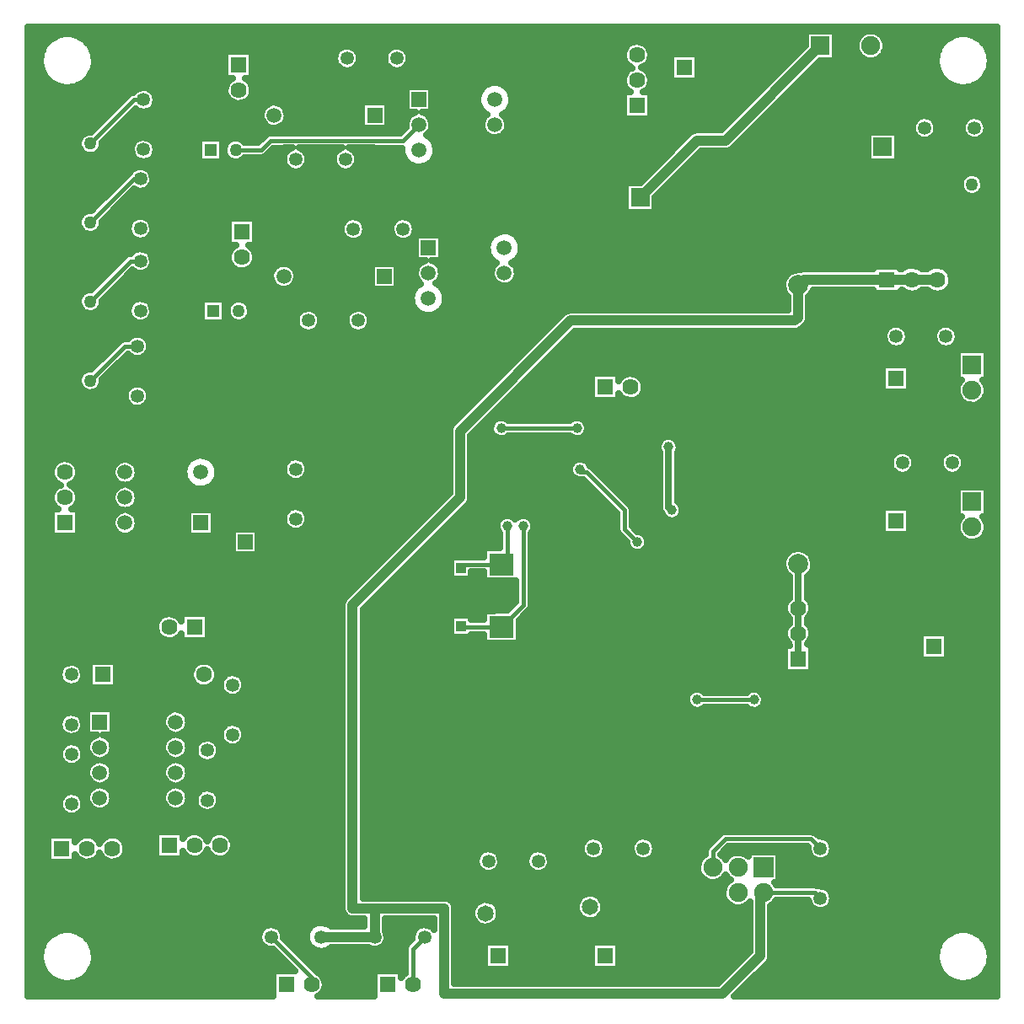
<source format=gbl>
G04 DipTrace 2.4.0.2*
%INAmpControllerPCB.GBL*%
%MOIN*%
%ADD13C,0.0157*%
%ADD14C,0.0394*%
%ADD15C,0.0276*%
%ADD16C,0.025*%
%ADD18R,0.0638X0.0638*%
%ADD19C,0.0638*%
%ADD20R,0.0728X0.0728*%
%ADD21C,0.0728*%
%ADD22R,0.0394X0.0433*%
%ADD23C,0.065*%
%ADD24C,0.063*%
%ADD25R,0.063X0.063*%
%ADD26R,0.0591X0.0591*%
%ADD27C,0.0591*%
%ADD28C,0.0787*%
%ADD29C,0.05*%
%ADD30R,0.05X0.05*%
%ADD31R,0.0748X0.0748*%
%ADD32C,0.0748*%
%ADD33C,0.0531*%
%ADD37R,0.0787X0.0787*%
%ADD39R,0.0945X0.0866*%
%FSLAX44Y44*%
G04*
G70*
G90*
G75*
G01*
%LNBottom*%
%LPD*%
X34937Y32581D2*
D14*
X35163Y32807D1*
X38437D1*
X39437D1*
X40437D1*
X21562Y24182D2*
Y26807D1*
X25937Y31182D1*
X34812D1*
X34937Y31307D1*
Y32581D1*
X21562Y24182D2*
X17312Y19932D1*
Y7932D1*
X18187D1*
Y6807D1*
X16062D1*
X35812Y8339D2*
D13*
X35594Y8557D1*
X33562D1*
D14*
X33437Y8432D1*
Y6057D1*
X31937Y4557D1*
X20937D1*
Y7932D1*
X18187D1*
X30656Y36057D2*
X32656Y38057D1*
X33340D1*
X36312D1*
X33340D2*
X36812Y41529D1*
Y42057D1*
X32937Y32557D2*
X31937D1*
X30937D1*
X30656Y32839D1*
Y36057D1*
X21602Y19767D2*
Y20226D1*
Y20722D1*
X5937Y38182D2*
D13*
Y35057D1*
Y34267D1*
Y31932D1*
Y28807D1*
X40812Y36557D2*
X40687Y36432D1*
X36937D1*
X36312Y37057D1*
Y38057D1*
X30656Y36057D2*
D14*
X29406Y34807D1*
X26187D1*
X23062Y37932D1*
X22937D1*
X26187Y34807D2*
X23437Y32057D1*
X23312D1*
X5937Y34267D2*
D13*
X5977Y34307D1*
X7187D1*
X8687Y35807D1*
X23312D1*
X24312Y34807D1*
X26187D1*
X22437Y25432D2*
D14*
Y24182D1*
X21602Y20722D2*
X21562Y20682D1*
X20687D1*
Y21932D1*
X22437Y23682D1*
Y24182D1*
X41812Y22018D2*
Y13682D1*
X40937Y12807D1*
X37784D1*
X34270D1*
X30687D1*
X29562D1*
X26062D1*
X25187Y11932D1*
Y8432D1*
X24546Y7791D1*
Y7747D1*
X28671Y7997D2*
X28752D1*
X29562Y8807D1*
Y12807D1*
X31562Y8557D2*
X30687Y9432D1*
Y12807D1*
X23312Y32057D2*
X17663Y26408D1*
X13062D1*
X26062Y12807D2*
X26001Y12746D1*
X23664Y15083D1*
X20687Y18060D1*
Y19682D1*
X21231Y20226D1*
X21602D1*
X32062Y17307D2*
D13*
X32687Y16682D1*
X34687D1*
X37784Y13585D1*
Y12807D1*
X32062Y17307D2*
X31062Y18307D1*
X30937D1*
X29937Y19307D1*
X29687D1*
X28437Y20557D1*
Y20682D1*
X27687Y27307D2*
X28812Y26182D1*
X29312Y25682D1*
Y23557D1*
X29687Y23182D1*
Y19307D1*
X24562Y27682D2*
X24937Y27307D1*
X27687D1*
X23664Y15083D2*
Y14909D1*
X21687Y12932D1*
Y12557D1*
X20062Y10932D1*
X19937D1*
X18812Y9807D1*
Y9557D1*
X34270Y12807D2*
X33062Y14015D1*
Y14182D1*
X28062Y26182D2*
X28812D1*
X35812Y42057D2*
D14*
X32062Y38307D1*
X30937D1*
X28687Y36057D1*
X33187Y16182D2*
D13*
X30937D1*
X21602Y21392D2*
X21758Y21547D1*
X23197D1*
X23437Y21787D1*
Y23057D1*
X23197Y19067D2*
X24062Y19932D1*
Y23057D1*
X21602Y19097D2*
X21633Y19067D1*
X23197D1*
X6937Y35057D2*
X8671Y36791D1*
X8921D1*
X6937Y38182D2*
X8671Y39916D1*
X9046D1*
X34937Y21557D2*
D15*
Y19807D1*
Y18807D1*
Y17807D1*
X29937Y23682D2*
X29812Y23807D1*
Y26182D1*
X28562Y22432D2*
D13*
X28062Y22932D1*
Y23682D1*
X26562Y25182D1*
X26312D1*
Y25307D1*
X35812Y10307D2*
X35437Y10682D1*
X32062D1*
X31562Y10182D1*
Y9557D1*
X6937Y28807D2*
X8296Y30166D1*
X8796D1*
X6937Y31932D2*
X8546Y33541D1*
X8921D1*
X26187Y26932D2*
X23187D1*
X20156Y6807D2*
X19687Y6339D1*
Y4932D1*
X14094Y6807D2*
X15687Y5214D1*
Y4932D1*
X19937Y38932D2*
X19312Y38307D1*
X14062D1*
X13687Y37932D1*
X12687D1*
D14*
X23437Y23057D3*
X24062D3*
X26312Y25307D3*
X28562Y22432D3*
X26187Y26932D3*
X23187D3*
X21562Y24182D3*
X22437D3*
Y25432D3*
X33187Y16182D3*
X30937D3*
X29937Y23682D3*
X29812Y26182D3*
X28437Y20682D3*
X29687Y19307D3*
X30937Y18307D3*
X32062Y17307D3*
X24562Y27682D3*
X27687Y27307D3*
X28062Y26182D3*
X19937Y10932D3*
X18812Y9557D3*
X33062Y14182D3*
X4481Y42540D2*
D16*
X35198D1*
X36424D2*
X37452D1*
X38174D2*
X42765D1*
X4481Y42291D2*
X5343D1*
X6717D2*
X35198D1*
X36424D2*
X37249D1*
X38377D2*
X40776D1*
X42151D2*
X42765D1*
X4481Y42042D2*
X5116D1*
X6944D2*
X28144D1*
X28979D2*
X35190D1*
X36424D2*
X37198D1*
X38424D2*
X40550D1*
X42377D2*
X42765D1*
X4481Y41794D2*
X4999D1*
X7065D2*
X12253D1*
X13369D2*
X16651D1*
X17537D2*
X18620D1*
X19502D2*
X28015D1*
X29108D2*
X34944D1*
X36424D2*
X37261D1*
X38362D2*
X40433D1*
X42494D2*
X42765D1*
X4481Y41545D2*
X4948D1*
X7112D2*
X12253D1*
X13369D2*
X16589D1*
X17596D2*
X18558D1*
X19565D2*
X28023D1*
X29100D2*
X29878D1*
X30994D2*
X34694D1*
X36424D2*
X37499D1*
X38123D2*
X40382D1*
X42545D2*
X42765D1*
X4481Y41296D2*
X4960D1*
X7104D2*
X12253D1*
X13369D2*
X16667D1*
X17522D2*
X18636D1*
X19490D2*
X28171D1*
X28955D2*
X29878D1*
X30994D2*
X34444D1*
X35658D2*
X40394D1*
X42533D2*
X42765D1*
X4481Y41048D2*
X5030D1*
X7030D2*
X12253D1*
X13369D2*
X28151D1*
X28975D2*
X29878D1*
X30994D2*
X34198D1*
X35408D2*
X40464D1*
X42463D2*
X42765D1*
X4481Y40799D2*
X5179D1*
X6881D2*
X12253D1*
X13369D2*
X28019D1*
X29108D2*
X29878D1*
X30994D2*
X33948D1*
X35158D2*
X40612D1*
X42315D2*
X42765D1*
X4481Y40550D2*
X5468D1*
X6592D2*
X12312D1*
X13311D2*
X22663D1*
X23209D2*
X28023D1*
X29104D2*
X33698D1*
X34912D2*
X40901D1*
X42026D2*
X42765D1*
X4481Y40302D2*
X8737D1*
X9358D2*
X12253D1*
X13369D2*
X19401D1*
X20471D2*
X22358D1*
X23518D2*
X28163D1*
X28959D2*
X33452D1*
X34662D2*
X42765D1*
X4481Y40053D2*
X8370D1*
X9530D2*
X12319D1*
X13303D2*
X19401D1*
X20471D2*
X22257D1*
X23615D2*
X28003D1*
X29119D2*
X33202D1*
X34412D2*
X42765D1*
X4481Y39804D2*
X8120D1*
X9537D2*
X12612D1*
X13010D2*
X14077D1*
X14345D2*
X17651D1*
X18721D2*
X19401D1*
X20471D2*
X22257D1*
X23615D2*
X28003D1*
X29119D2*
X32952D1*
X34166D2*
X42765D1*
X4481Y39555D2*
X7870D1*
X9385D2*
X13741D1*
X14678D2*
X17651D1*
X18721D2*
X19401D1*
X20471D2*
X22362D1*
X23510D2*
X28003D1*
X29119D2*
X32706D1*
X33916D2*
X42765D1*
X4481Y39307D2*
X7624D1*
X8498D2*
X13675D1*
X14744D2*
X17651D1*
X18721D2*
X19569D1*
X20307D2*
X22569D1*
X23307D2*
X28003D1*
X29119D2*
X32456D1*
X33666D2*
X42765D1*
X4481Y39058D2*
X7374D1*
X8252D2*
X13741D1*
X14678D2*
X17651D1*
X18721D2*
X19417D1*
X20455D2*
X22417D1*
X23455D2*
X32206D1*
X33420D2*
X39503D1*
X40369D2*
X41472D1*
X42338D2*
X42765D1*
X4481Y38809D2*
X7124D1*
X8002D2*
X14081D1*
X14345D2*
X17651D1*
X18721D2*
X19374D1*
X20455D2*
X22417D1*
X23455D2*
X31960D1*
X33170D2*
X39433D1*
X40440D2*
X41401D1*
X42408D2*
X42765D1*
X4481Y38561D2*
X6644D1*
X7752D2*
X13890D1*
X20311D2*
X22565D1*
X23311D2*
X30585D1*
X32920D2*
X37679D1*
X38885D2*
X39499D1*
X40373D2*
X41468D1*
X42342D2*
X42765D1*
X4481Y38312D2*
X6468D1*
X7506D2*
X8710D1*
X9381D2*
X11198D1*
X12174D2*
X12398D1*
X12979D2*
X13628D1*
X20510D2*
X30335D1*
X32674D2*
X37679D1*
X38885D2*
X42765D1*
X4481Y38063D2*
X6464D1*
X7408D2*
X8558D1*
X9537D2*
X11198D1*
X20615D2*
X30089D1*
X32424D2*
X37679D1*
X38885D2*
X42765D1*
X4481Y37815D2*
X6628D1*
X7244D2*
X8562D1*
X9533D2*
X11198D1*
X14006D2*
X14632D1*
X15490D2*
X16601D1*
X17459D2*
X19257D1*
X20619D2*
X29839D1*
X31049D2*
X37679D1*
X38885D2*
X42765D1*
X4481Y37566D2*
X8733D1*
X9362D2*
X11198D1*
X12174D2*
X12378D1*
X12998D2*
X14558D1*
X15565D2*
X16526D1*
X17533D2*
X19355D1*
X20518D2*
X29589D1*
X30803D2*
X37679D1*
X38885D2*
X42765D1*
X4481Y37317D2*
X14620D1*
X15502D2*
X16589D1*
X17471D2*
X19655D1*
X20217D2*
X29343D1*
X30553D2*
X42765D1*
X4481Y37069D2*
X8507D1*
X9338D2*
X29093D1*
X30303D2*
X42765D1*
X4481Y36820D2*
X8261D1*
X9424D2*
X28843D1*
X30057D2*
X41405D1*
X42217D2*
X42765D1*
X4481Y36571D2*
X8011D1*
X9373D2*
X28085D1*
X29807D2*
X41323D1*
X42299D2*
X42765D1*
X4481Y36323D2*
X7765D1*
X8643D2*
X8796D1*
X9045D2*
X28085D1*
X29557D2*
X41386D1*
X42237D2*
X42765D1*
X4481Y36074D2*
X7515D1*
X8393D2*
X28085D1*
X29311D2*
X42765D1*
X4481Y35825D2*
X7265D1*
X8143D2*
X28085D1*
X29291D2*
X42765D1*
X4481Y35576D2*
X7019D1*
X7897D2*
X28085D1*
X29291D2*
X42765D1*
X4481Y35328D2*
X6534D1*
X7647D2*
X42765D1*
X4481Y35079D2*
X6448D1*
X7424D2*
X8491D1*
X9350D2*
X12378D1*
X13494D2*
X16925D1*
X17764D2*
X18894D1*
X19733D2*
X42765D1*
X4481Y34830D2*
X6507D1*
X7365D2*
X8417D1*
X9424D2*
X12378D1*
X13494D2*
X16839D1*
X17846D2*
X18808D1*
X19815D2*
X42765D1*
X4481Y34582D2*
X8483D1*
X9362D2*
X12378D1*
X13494D2*
X16894D1*
X17791D2*
X18862D1*
X19760D2*
X22878D1*
X23748D2*
X42765D1*
X4481Y34333D2*
X12378D1*
X13494D2*
X17249D1*
X17438D2*
X19218D1*
X19411D2*
X19776D1*
X20846D2*
X22679D1*
X23944D2*
X42765D1*
X4481Y34084D2*
X12562D1*
X13311D2*
X19776D1*
X20846D2*
X22620D1*
X24002D2*
X42765D1*
X4481Y33836D2*
X8519D1*
X9326D2*
X12401D1*
X13471D2*
X19776D1*
X20846D2*
X22659D1*
X23967D2*
X42765D1*
X4481Y33587D2*
X8155D1*
X9424D2*
X12390D1*
X13487D2*
X19776D1*
X20846D2*
X22815D1*
X23811D2*
X42765D1*
X4481Y33338D2*
X7905D1*
X9381D2*
X12507D1*
X13369D2*
X14253D1*
X14916D2*
X18026D1*
X19096D2*
X19862D1*
X20760D2*
X22862D1*
X23760D2*
X37878D1*
X38994D2*
X39210D1*
X39662D2*
X40210D1*
X40662D2*
X42765D1*
X4481Y33090D2*
X7655D1*
X8533D2*
X8737D1*
X9108D2*
X14077D1*
X15096D2*
X18026D1*
X19096D2*
X19780D1*
X20846D2*
X22780D1*
X23846D2*
X34581D1*
X40955D2*
X42765D1*
X4481Y32841D2*
X7409D1*
X8283D2*
X14062D1*
X15112D2*
X18026D1*
X19096D2*
X19827D1*
X20799D2*
X22827D1*
X23799D2*
X34362D1*
X41030D2*
X42765D1*
X4481Y32592D2*
X7159D1*
X8037D2*
X14183D1*
X14990D2*
X18026D1*
X19096D2*
X19890D1*
X20733D2*
X23081D1*
X23545D2*
X34304D1*
X40987D2*
X42765D1*
X4481Y32344D2*
X6698D1*
X7787D2*
X19687D1*
X20940D2*
X34355D1*
X35522D2*
X37878D1*
X39791D2*
X40085D1*
X40791D2*
X42765D1*
X4481Y32095D2*
X6480D1*
X7537D2*
X19620D1*
X21002D2*
X34503D1*
X35373D2*
X42765D1*
X4481Y31846D2*
X6456D1*
X7416D2*
X8503D1*
X9338D2*
X11323D1*
X13201D2*
X19655D1*
X20971D2*
X34503D1*
X35373D2*
X42765D1*
X4481Y31597D2*
X6593D1*
X7283D2*
X8417D1*
X9424D2*
X11323D1*
X13299D2*
X15296D1*
X15826D2*
X17265D1*
X17795D2*
X19804D1*
X20819D2*
X34503D1*
X35373D2*
X42765D1*
X4481Y31349D2*
X8472D1*
X9369D2*
X11323D1*
X13252D2*
X15089D1*
X16037D2*
X17058D1*
X18006D2*
X25499D1*
X35373D2*
X42765D1*
X4481Y31100D2*
X8815D1*
X9027D2*
X11323D1*
X12299D2*
X12710D1*
X12915D2*
X15065D1*
X16061D2*
X17034D1*
X18030D2*
X25249D1*
X35315D2*
X42765D1*
X4481Y30851D2*
X15190D1*
X15936D2*
X17159D1*
X17901D2*
X24999D1*
X35080D2*
X38409D1*
X39217D2*
X40378D1*
X41186D2*
X42765D1*
X4481Y30603D2*
X8573D1*
X9018D2*
X24753D1*
X25963D2*
X38312D1*
X39315D2*
X40276D1*
X41283D2*
X42765D1*
X4481Y30354D2*
X8046D1*
X9264D2*
X24503D1*
X25713D2*
X38355D1*
X39272D2*
X40319D1*
X41240D2*
X42765D1*
X4481Y30105D2*
X7796D1*
X9295D2*
X24253D1*
X25467D2*
X38628D1*
X38998D2*
X40597D1*
X40967D2*
X42765D1*
X4481Y29857D2*
X7550D1*
X9186D2*
X24007D1*
X25217D2*
X41198D1*
X42424D2*
X42765D1*
X4481Y29608D2*
X7300D1*
X8178D2*
X23757D1*
X24967D2*
X41198D1*
X42424D2*
X42765D1*
X4481Y29359D2*
X7050D1*
X7928D2*
X23507D1*
X24721D2*
X38253D1*
X39369D2*
X41198D1*
X42424D2*
X42765D1*
X4481Y29111D2*
X6562D1*
X7678D2*
X23261D1*
X24471D2*
X38253D1*
X39369D2*
X41198D1*
X42424D2*
X42765D1*
X4481Y28862D2*
X6452D1*
X7432D2*
X23011D1*
X24221D2*
X26753D1*
X28772D2*
X38253D1*
X39369D2*
X41198D1*
X42424D2*
X42765D1*
X4481Y28613D2*
X6491D1*
X7385D2*
X8530D1*
X9061D2*
X22761D1*
X23975D2*
X26753D1*
X28865D2*
X38253D1*
X39369D2*
X41230D1*
X42397D2*
X42765D1*
X4481Y28365D2*
X6773D1*
X7100D2*
X8323D1*
X9272D2*
X22515D1*
X23725D2*
X26753D1*
X28834D2*
X38253D1*
X39369D2*
X41202D1*
X42420D2*
X42765D1*
X4481Y28116D2*
X8300D1*
X9295D2*
X22265D1*
X23475D2*
X26753D1*
X28635D2*
X41292D1*
X42330D2*
X42765D1*
X4481Y27867D2*
X8425D1*
X9170D2*
X22015D1*
X23229D2*
X41624D1*
X41998D2*
X42765D1*
X4481Y27618D2*
X21769D1*
X22979D2*
X42765D1*
X4481Y27370D2*
X21519D1*
X22729D2*
X42765D1*
X4481Y27121D2*
X21269D1*
X22483D2*
X22796D1*
X26576D2*
X42765D1*
X4481Y26872D2*
X21132D1*
X22233D2*
X22757D1*
X26619D2*
X42765D1*
X4481Y26624D2*
X21128D1*
X21998D2*
X22890D1*
X23483D2*
X25890D1*
X26483D2*
X42765D1*
X4481Y26375D2*
X21128D1*
X21998D2*
X29425D1*
X30198D2*
X42765D1*
X4481Y26126D2*
X21128D1*
X21998D2*
X29382D1*
X30244D2*
X42765D1*
X4481Y25878D2*
X21128D1*
X21998D2*
X29437D1*
X30190D2*
X38679D1*
X39444D2*
X40648D1*
X41412D2*
X42765D1*
X4481Y25629D2*
X5624D1*
X6252D2*
X8042D1*
X8580D2*
X10792D1*
X11830D2*
X14683D1*
X15444D2*
X21128D1*
X21998D2*
X26034D1*
X26592D2*
X29437D1*
X30190D2*
X38562D1*
X39561D2*
X40530D1*
X41530D2*
X42765D1*
X4481Y25380D2*
X5417D1*
X6455D2*
X7819D1*
X8807D2*
X10651D1*
X11975D2*
X14562D1*
X15561D2*
X21128D1*
X21998D2*
X25882D1*
X26803D2*
X29437D1*
X30190D2*
X38593D1*
X39533D2*
X40562D1*
X41502D2*
X42765D1*
X4481Y25132D2*
X5382D1*
X6490D2*
X7780D1*
X8842D2*
X10624D1*
X12002D2*
X14593D1*
X15533D2*
X21128D1*
X21998D2*
X25917D1*
X27049D2*
X29437D1*
X30190D2*
X38815D1*
X39307D2*
X40784D1*
X41276D2*
X42765D1*
X4481Y24883D2*
X5472D1*
X6401D2*
X7874D1*
X8748D2*
X10690D1*
X11932D2*
X14815D1*
X15311D2*
X21128D1*
X21998D2*
X26421D1*
X27299D2*
X29437D1*
X30190D2*
X42765D1*
X4481Y24634D2*
X5632D1*
X6244D2*
X8054D1*
X8573D2*
X10909D1*
X11717D2*
X21128D1*
X21998D2*
X26671D1*
X27549D2*
X29437D1*
X30190D2*
X42765D1*
X4481Y24385D2*
X5421D1*
X6455D2*
X7819D1*
X8803D2*
X21128D1*
X21998D2*
X26921D1*
X27795D2*
X29437D1*
X30190D2*
X41198D1*
X42424D2*
X42765D1*
X4481Y24137D2*
X5382D1*
X6494D2*
X7780D1*
X8842D2*
X20913D1*
X21994D2*
X27167D1*
X28045D2*
X29437D1*
X30190D2*
X41198D1*
X42424D2*
X42765D1*
X4481Y23888D2*
X5468D1*
X6405D2*
X7870D1*
X8752D2*
X20663D1*
X21873D2*
X27417D1*
X28295D2*
X29437D1*
X30319D2*
X41198D1*
X42424D2*
X42765D1*
X4481Y23639D2*
X5378D1*
X6494D2*
X8065D1*
X8561D2*
X10776D1*
X11846D2*
X14663D1*
X15459D2*
X20413D1*
X21623D2*
X27667D1*
X28381D2*
X29480D1*
X30369D2*
X38253D1*
X39369D2*
X41198D1*
X42424D2*
X42765D1*
X4481Y23391D2*
X5378D1*
X6494D2*
X7823D1*
X8803D2*
X10776D1*
X11846D2*
X14562D1*
X15565D2*
X20167D1*
X21377D2*
X23175D1*
X24326D2*
X27745D1*
X28381D2*
X29624D1*
X30252D2*
X38253D1*
X39369D2*
X41331D1*
X42291D2*
X42765D1*
X4481Y23142D2*
X5378D1*
X6494D2*
X7780D1*
X8846D2*
X10776D1*
X11846D2*
X14601D1*
X15526D2*
X19917D1*
X21127D2*
X23011D1*
X24490D2*
X27745D1*
X28381D2*
X38253D1*
X39369D2*
X41214D1*
X42412D2*
X42765D1*
X4481Y22893D2*
X5378D1*
X6494D2*
X7866D1*
X8756D2*
X10776D1*
X11846D2*
X12526D1*
X13596D2*
X14858D1*
X15264D2*
X19667D1*
X20877D2*
X23034D1*
X24463D2*
X27749D1*
X28537D2*
X38253D1*
X39369D2*
X41214D1*
X42412D2*
X42765D1*
X4481Y22645D2*
X12526D1*
X13596D2*
X19421D1*
X20631D2*
X23120D1*
X24381D2*
X27909D1*
X28940D2*
X41335D1*
X42291D2*
X42765D1*
X4481Y22396D2*
X12526D1*
X13596D2*
X19171D1*
X20381D2*
X23120D1*
X24381D2*
X28128D1*
X28994D2*
X42765D1*
X4481Y22147D2*
X12526D1*
X13596D2*
X18921D1*
X20131D2*
X22487D1*
X24381D2*
X28241D1*
X28881D2*
X34769D1*
X35104D2*
X42765D1*
X4481Y21899D2*
X18675D1*
X19885D2*
X22487D1*
X24381D2*
X34409D1*
X35463D2*
X42765D1*
X4481Y21650D2*
X18425D1*
X19635D2*
X21167D1*
X24381D2*
X34312D1*
X35561D2*
X42765D1*
X4481Y21401D2*
X18175D1*
X19385D2*
X21167D1*
X24381D2*
X34323D1*
X35549D2*
X42765D1*
X4481Y21153D2*
X17929D1*
X19139D2*
X21167D1*
X22037D2*
X22487D1*
X24381D2*
X34460D1*
X35416D2*
X42765D1*
X4481Y20904D2*
X17679D1*
X18889D2*
X22487D1*
X24381D2*
X34562D1*
X35315D2*
X42765D1*
X4481Y20655D2*
X17429D1*
X18639D2*
X23745D1*
X24381D2*
X34562D1*
X35315D2*
X42765D1*
X4481Y20406D2*
X17183D1*
X18393D2*
X23745D1*
X24381D2*
X34562D1*
X35315D2*
X42765D1*
X4481Y20158D2*
X16944D1*
X18143D2*
X23745D1*
X24381D2*
X34511D1*
X35362D2*
X42765D1*
X4481Y19909D2*
X16878D1*
X17893D2*
X23601D1*
X24377D2*
X34390D1*
X35487D2*
X42765D1*
X4481Y19660D2*
X16878D1*
X17748D2*
X22487D1*
X24229D2*
X34401D1*
X35475D2*
X42765D1*
X4481Y19412D2*
X9640D1*
X11619D2*
X16878D1*
X17748D2*
X21167D1*
X22037D2*
X22487D1*
X23979D2*
X34554D1*
X35319D2*
X42765D1*
X4481Y19163D2*
X9515D1*
X11619D2*
X16878D1*
X17748D2*
X21167D1*
X23908D2*
X34515D1*
X35358D2*
X42765D1*
X4481Y18914D2*
X9523D1*
X11619D2*
X16878D1*
X17748D2*
X21167D1*
X23908D2*
X34390D1*
X35483D2*
X42765D1*
X4481Y18666D2*
X9675D1*
X11619D2*
X16878D1*
X17748D2*
X22487D1*
X23908D2*
X34398D1*
X35475D2*
X39753D1*
X40869D2*
X42765D1*
X4481Y18417D2*
X16878D1*
X17748D2*
X34550D1*
X35326D2*
X39753D1*
X40869D2*
X42765D1*
X4481Y18168D2*
X16878D1*
X17748D2*
X34378D1*
X35494D2*
X39753D1*
X40869D2*
X42765D1*
X4481Y17920D2*
X16878D1*
X17748D2*
X34378D1*
X35494D2*
X39753D1*
X40869D2*
X42765D1*
X4481Y17671D2*
X6882D1*
X7990D2*
X11210D1*
X11662D2*
X16878D1*
X17748D2*
X34378D1*
X35494D2*
X42765D1*
X4481Y17422D2*
X5749D1*
X6627D2*
X6882D1*
X7990D2*
X10940D1*
X11932D2*
X16878D1*
X17748D2*
X34378D1*
X35494D2*
X42765D1*
X4481Y17174D2*
X5683D1*
X6690D2*
X6882D1*
X7990D2*
X10882D1*
X11990D2*
X12269D1*
X12854D2*
X16878D1*
X17748D2*
X42765D1*
X4481Y16925D2*
X5757D1*
X6615D2*
X6882D1*
X7990D2*
X10952D1*
X11924D2*
X12081D1*
X13041D2*
X16878D1*
X17748D2*
X42765D1*
X4481Y16676D2*
X6882D1*
X7990D2*
X11261D1*
X11615D2*
X12069D1*
X13057D2*
X16878D1*
X17748D2*
X42765D1*
X4481Y16427D2*
X12206D1*
X12916D2*
X16878D1*
X17748D2*
X30581D1*
X33541D2*
X42765D1*
X4481Y16179D2*
X16878D1*
X17748D2*
X30503D1*
X33623D2*
X42765D1*
X4481Y15930D2*
X16878D1*
X17748D2*
X30589D1*
X33537D2*
X42765D1*
X4481Y15681D2*
X6058D1*
X6313D2*
X6776D1*
X7846D2*
X9940D1*
X10682D2*
X16878D1*
X17748D2*
X42765D1*
X4481Y15433D2*
X5737D1*
X6639D2*
X6775D1*
X7846D2*
X9792D1*
X10830D2*
X16878D1*
X17748D2*
X42765D1*
X4481Y15184D2*
X5683D1*
X7846D2*
X9792D1*
X10830D2*
X12241D1*
X12885D2*
X16878D1*
X17748D2*
X42765D1*
X4481Y14935D2*
X5773D1*
X6604D2*
X6776D1*
X7846D2*
X9940D1*
X10686D2*
X12073D1*
X13049D2*
X16878D1*
X17748D2*
X42765D1*
X4481Y14687D2*
X6948D1*
X7674D2*
X9948D1*
X10674D2*
X12073D1*
X13049D2*
X16878D1*
X17748D2*
X42765D1*
X4481Y14438D2*
X5909D1*
X6498D2*
X6796D1*
X7830D2*
X9796D1*
X10830D2*
X11132D1*
X11990D2*
X12230D1*
X12893D2*
X16878D1*
X17748D2*
X42765D1*
X4481Y14189D2*
X5722D1*
X7830D2*
X9792D1*
X10830D2*
X11058D1*
X12065D2*
X16878D1*
X17748D2*
X42765D1*
X4481Y13941D2*
X5710D1*
X6698D2*
X6933D1*
X7690D2*
X9933D1*
X10690D2*
X11124D1*
X12002D2*
X16878D1*
X17748D2*
X42765D1*
X4481Y13692D2*
X5851D1*
X6557D2*
X6952D1*
X7670D2*
X9952D1*
X10670D2*
X16878D1*
X17748D2*
X42765D1*
X4481Y13443D2*
X6796D1*
X7826D2*
X9796D1*
X10826D2*
X16878D1*
X17748D2*
X42765D1*
X4481Y13195D2*
X6792D1*
X7834D2*
X9792D1*
X10834D2*
X16878D1*
X17748D2*
X42765D1*
X4481Y12946D2*
X6929D1*
X7694D2*
X9929D1*
X10694D2*
X16878D1*
X17748D2*
X42765D1*
X4481Y12697D2*
X6960D1*
X7662D2*
X9960D1*
X10662D2*
X16878D1*
X17748D2*
X42765D1*
X4481Y12448D2*
X5882D1*
X6526D2*
X6800D1*
X7826D2*
X9800D1*
X10826D2*
X11120D1*
X12006D2*
X16878D1*
X17748D2*
X42765D1*
X4481Y12200D2*
X5714D1*
X7834D2*
X9788D1*
X10834D2*
X11058D1*
X12065D2*
X16878D1*
X17748D2*
X42765D1*
X4481Y11951D2*
X5714D1*
X6690D2*
X6925D1*
X7701D2*
X9925D1*
X10701D2*
X11136D1*
X11987D2*
X16878D1*
X17748D2*
X42765D1*
X4481Y11702D2*
X5874D1*
X6533D2*
X16878D1*
X17748D2*
X42765D1*
X4481Y11454D2*
X16878D1*
X17748D2*
X42765D1*
X4481Y11205D2*
X16878D1*
X17748D2*
X42765D1*
X4481Y10956D2*
X9503D1*
X10619D2*
X10944D1*
X11183D2*
X11944D1*
X12183D2*
X16878D1*
X17748D2*
X31937D1*
X35565D2*
X42765D1*
X4481Y10708D2*
X5253D1*
X7190D2*
X7437D1*
X8190D2*
X9503D1*
X12541D2*
X16878D1*
X17748D2*
X26554D1*
X27131D2*
X28523D1*
X29100D2*
X31648D1*
X36100D2*
X42765D1*
X4481Y10459D2*
X5253D1*
X8346D2*
X9503D1*
X12619D2*
X16878D1*
X17748D2*
X26362D1*
X27323D2*
X28331D1*
X29291D2*
X31401D1*
X36291D2*
X42765D1*
X4481Y10210D2*
X5253D1*
X8362D2*
X9503D1*
X12573D2*
X16878D1*
X17748D2*
X22401D1*
X22971D2*
X24370D1*
X24940D2*
X26351D1*
X27338D2*
X28319D1*
X29307D2*
X31245D1*
X32030D2*
X35319D1*
X36307D2*
X42765D1*
X4481Y9962D2*
X5253D1*
X7240D2*
X7382D1*
X8240D2*
X9503D1*
X10619D2*
X10787D1*
X11338D2*
X11788D1*
X12338D2*
X16878D1*
X17748D2*
X22210D1*
X23166D2*
X24175D1*
X25135D2*
X26487D1*
X27201D2*
X28456D1*
X29170D2*
X31112D1*
X34194D2*
X35456D1*
X36170D2*
X42765D1*
X4481Y9713D2*
X16878D1*
X17748D2*
X22190D1*
X23182D2*
X24159D1*
X25151D2*
X30972D1*
X34194D2*
X42765D1*
X4481Y9464D2*
X16878D1*
X17748D2*
X22327D1*
X23045D2*
X24296D1*
X25014D2*
X30956D1*
X34194D2*
X42765D1*
X4481Y9216D2*
X16878D1*
X17748D2*
X31058D1*
X34194D2*
X42765D1*
X4481Y8967D2*
X16878D1*
X17748D2*
X32116D1*
X34194D2*
X42765D1*
X4481Y8718D2*
X16878D1*
X17748D2*
X31972D1*
X36131D2*
X42765D1*
X4481Y8469D2*
X16878D1*
X17748D2*
X26421D1*
X26987D2*
X31956D1*
X36299D2*
X42765D1*
X4481Y8221D2*
X16878D1*
X21252D2*
X22296D1*
X22858D2*
X26187D1*
X27217D2*
X32054D1*
X34069D2*
X35323D1*
X36303D2*
X42765D1*
X4481Y7972D2*
X16878D1*
X21369D2*
X22065D1*
X23092D2*
X26140D1*
X27264D2*
X32480D1*
X32646D2*
X33003D1*
X33873D2*
X35480D1*
X36147D2*
X42765D1*
X4481Y7723D2*
X16933D1*
X21373D2*
X22015D1*
X23139D2*
X26214D1*
X27190D2*
X33003D1*
X33873D2*
X42765D1*
X4481Y7475D2*
X17753D1*
X18623D2*
X20503D1*
X21373D2*
X22089D1*
X23069D2*
X26546D1*
X26858D2*
X33003D1*
X33873D2*
X42765D1*
X4481Y7226D2*
X13835D1*
X14350D2*
X15655D1*
X16471D2*
X17753D1*
X18623D2*
X19898D1*
X21373D2*
X22417D1*
X22737D2*
X33003D1*
X33873D2*
X42765D1*
X4481Y6977D2*
X5530D1*
X6533D2*
X13620D1*
X14565D2*
X15495D1*
X18658D2*
X19683D1*
X21373D2*
X33003D1*
X33873D2*
X40960D1*
X41967D2*
X42765D1*
X4481Y6729D2*
X5206D1*
X6854D2*
X13597D1*
X14612D2*
X15476D1*
X18686D2*
X19640D1*
X21373D2*
X33003D1*
X33873D2*
X40640D1*
X42287D2*
X42765D1*
X4481Y6480D2*
X5046D1*
X7014D2*
X13718D1*
X14858D2*
X15573D1*
X18561D2*
X19405D1*
X21373D2*
X22503D1*
X23619D2*
X26753D1*
X27869D2*
X33003D1*
X33873D2*
X40480D1*
X42448D2*
X42765D1*
X4481Y6231D2*
X4964D1*
X7096D2*
X14230D1*
X15108D2*
X19370D1*
X21373D2*
X22503D1*
X23619D2*
X26753D1*
X27869D2*
X33003D1*
X33873D2*
X40398D1*
X42530D2*
X42765D1*
X4481Y5983D2*
X4948D1*
X7115D2*
X14480D1*
X15358D2*
X19370D1*
X21373D2*
X22503D1*
X23619D2*
X26753D1*
X27869D2*
X32757D1*
X33865D2*
X40378D1*
X42549D2*
X42765D1*
X4481Y5734D2*
X4987D1*
X7073D2*
X14730D1*
X15604D2*
X19370D1*
X21373D2*
X22503D1*
X23619D2*
X26753D1*
X27869D2*
X32507D1*
X33721D2*
X40421D1*
X42506D2*
X42765D1*
X4481Y5485D2*
X5097D1*
X6963D2*
X14976D1*
X15854D2*
X19370D1*
X21373D2*
X32261D1*
X33471D2*
X40530D1*
X42397D2*
X42765D1*
X4481Y5237D2*
X5304D1*
X6756D2*
X14128D1*
X16151D2*
X18128D1*
X21373D2*
X32011D1*
X33221D2*
X40737D1*
X42190D2*
X42765D1*
X4481Y4988D2*
X5815D1*
X6248D2*
X14128D1*
X16240D2*
X18128D1*
X21373D2*
X31761D1*
X32975D2*
X41249D1*
X41682D2*
X42765D1*
X4481Y4739D2*
X14128D1*
X16209D2*
X18128D1*
X32725D2*
X42765D1*
X4481Y4490D2*
X14128D1*
X16010D2*
X18128D1*
X32475D2*
X42765D1*
X38029Y33340D2*
X38970D1*
Y33219D1*
X39049Y33222D1*
X39149Y33297D1*
X39263Y33348D1*
X39385Y33373D1*
X39510Y33370D1*
X39631Y33341D1*
X39743Y33286D1*
X39825Y33220D1*
X40049Y33222D1*
X40149Y33297D1*
X40263Y33348D1*
X40385Y33373D1*
X40510Y33370D1*
X40631Y33341D1*
X40743Y33286D1*
X40840Y33207D1*
X40918Y33110D1*
X40972Y32998D1*
X41001Y32876D1*
X41005Y32807D1*
X40991Y32683D1*
X40951Y32565D1*
X40886Y32459D1*
X40799Y32369D1*
X40695Y32301D1*
X40578Y32257D1*
X40454Y32239D1*
X40330Y32249D1*
X40211Y32286D1*
X40103Y32348D1*
X40048Y32398D1*
X39832Y32396D1*
X39695Y32301D1*
X39578Y32257D1*
X39454Y32239D1*
X39330Y32249D1*
X39211Y32286D1*
X39103Y32348D1*
X39048Y32398D1*
X38970Y32340D1*
Y32274D1*
X37904D1*
Y32396D1*
X35519D1*
X35432Y32229D1*
X35347Y32133D1*
X35348Y31307D1*
X35329Y31184D1*
X35271Y31069D1*
X35227Y31017D1*
X35102Y30892D1*
X35008Y30821D1*
X34894Y30780D1*
X34812Y30771D1*
X26105D1*
X21971Y26635D1*
X21973Y24182D1*
X21954Y24059D1*
X21896Y23944D1*
X21764Y23803D1*
X17723Y19762D1*
Y8342D1*
X20937Y8343D1*
X21060Y8324D1*
X21172Y8269D1*
X21262Y8183D1*
X21322Y8074D1*
X21348Y7932D1*
Y4967D1*
X31769Y4968D1*
X33025Y6226D1*
X33026Y8194D1*
X32950Y8115D1*
X32848Y8043D1*
X32733Y7995D1*
X32610Y7971D1*
X32485Y7974D1*
X32364Y8004D1*
X32252Y8058D1*
X32153Y8135D1*
X32073Y8230D1*
X32015Y8341D1*
X31982Y8461D1*
X31975Y8586D1*
X31994Y8709D1*
X32039Y8825D1*
X32107Y8930D1*
X32196Y9017D1*
X32252Y9058D1*
X32153Y9135D1*
X32064Y9248D1*
X31950Y9115D1*
X31848Y9043D1*
X31733Y8995D1*
X31610Y8971D1*
X31485Y8974D1*
X31364Y9004D1*
X31252Y9058D1*
X31153Y9135D1*
X31073Y9230D1*
X31015Y9341D1*
X30982Y9461D1*
X30975Y9586D1*
X30994Y9709D1*
X31039Y9825D1*
X31107Y9930D1*
X31196Y10017D1*
X31272Y10065D1*
X31270Y10182D1*
X31298Y10306D1*
X31355Y10389D1*
X31855Y10889D1*
X31963Y10957D1*
X32062Y10975D1*
X35437D1*
X35561Y10946D1*
X35644Y10889D1*
X35752Y10781D1*
X35802Y10786D1*
X35926Y10773D1*
X36043Y10728D1*
X36143Y10654D1*
X36221Y10557D1*
X36272Y10443D1*
X36291Y10307D1*
X36275Y10184D1*
X36228Y10068D1*
X36152Y9969D1*
X36054Y9893D1*
X35939Y9845D1*
X35815Y9828D1*
X35691Y9843D1*
X35576Y9890D1*
X35476Y9965D1*
X35399Y10063D1*
X35350Y10177D1*
X35333Y10301D1*
X35340Y10366D1*
X35312Y10390D1*
X32180Y10387D1*
X31857Y10064D1*
X31991Y9959D1*
X32063Y9863D1*
X32107Y9930D1*
X32196Y10017D1*
X32302Y10084D1*
X32419Y10127D1*
X32542Y10145D1*
X32667Y10135D1*
X32786Y10100D1*
X32896Y10041D1*
X32952Y9992D1*
X32955Y10165D1*
X34169D1*
Y8950D1*
X34001D1*
X34071Y8849D1*
X35594Y8850D1*
X35718Y8821D1*
X35657Y8842D1*
X35926Y8804D1*
X36043Y8759D1*
X36143Y8685D1*
X36221Y8588D1*
X36272Y8474D1*
X36291Y8339D1*
X36275Y8215D1*
X36228Y8100D1*
X36152Y8001D1*
X36054Y7924D1*
X35939Y7876D1*
X35815Y7859D1*
X35691Y7874D1*
X35576Y7921D1*
X35476Y7996D1*
X35399Y8094D1*
X35350Y8209D1*
X35342Y8267D1*
X34074Y8265D1*
X33950Y8115D1*
X33844Y8042D1*
X33848Y7182D1*
Y6057D1*
X33829Y5934D1*
X33754Y5796D1*
X32415Y4455D1*
X42788Y4456D1*
Y42788D1*
X4456D1*
Y4456D1*
X14155D1*
X14154Y5465D1*
X15025D1*
X14157Y6330D1*
X14097Y6328D1*
X13973Y6343D1*
X13857Y6390D1*
X13758Y6465D1*
X13681Y6563D1*
X13632Y6677D1*
X13614Y6801D1*
X13629Y6925D1*
X13675Y7040D1*
X13749Y7140D1*
X13846Y7218D1*
X13961Y7268D1*
X14084Y7286D1*
X14208Y7273D1*
X14324Y7228D1*
X14425Y7154D1*
X14503Y7057D1*
X14553Y6943D1*
X14573Y6807D1*
X14565Y6749D1*
X15889Y5426D1*
X16024Y5344D1*
X16111Y5255D1*
X16174Y5147D1*
X16211Y5028D1*
X16220Y4932D1*
X16205Y4808D1*
X16162Y4691D1*
X16093Y4587D1*
X16002Y4502D1*
X15917Y4454D1*
X18155Y4456D1*
X18154Y5465D1*
X19220D1*
Y5187D1*
X19251Y5239D1*
X19335Y5332D1*
X19396Y5374D1*
X19395Y6339D1*
X19423Y6463D1*
X19480Y6545D1*
X19682Y6747D1*
X19676Y6801D1*
X19691Y6925D1*
X19737Y7040D1*
X19811Y7140D1*
X19908Y7218D1*
X20023Y7268D1*
X20146Y7286D1*
X20270Y7273D1*
X20386Y7228D1*
X20487Y7154D1*
X20528Y7102D1*
X20526Y7522D1*
X18597Y7521D1*
X18598Y7053D1*
X18647Y6943D1*
X18666Y6807D1*
X18650Y6684D1*
X18603Y6568D1*
X18527Y6469D1*
X18429Y6393D1*
X18314Y6345D1*
X18190Y6328D1*
X18066Y6343D1*
X17937Y6396D1*
X16457D1*
X16320Y6301D1*
X16203Y6257D1*
X16079Y6239D1*
X15955Y6249D1*
X15836Y6286D1*
X15728Y6348D1*
X15635Y6432D1*
X15564Y6534D1*
X15516Y6650D1*
X15495Y6772D1*
X15501Y6897D1*
X15534Y7017D1*
X15593Y7127D1*
X15674Y7222D1*
X15774Y7297D1*
X15888Y7348D1*
X16010Y7373D1*
X16135Y7370D1*
X16256Y7341D1*
X16368Y7286D1*
X16450Y7220D1*
X17777Y7218D1*
X17776Y7522D1*
X17312Y7521D1*
X17189Y7540D1*
X17077Y7595D1*
X16987Y7681D1*
X16927Y7790D1*
X16901Y7932D1*
Y19932D1*
X16920Y20055D1*
X16995Y20193D1*
X18789Y21990D1*
X21151Y24352D1*
Y26807D1*
X21170Y26930D1*
X21245Y27068D1*
X23039Y28865D1*
X25647Y31472D1*
X25747Y31546D1*
X25897Y31591D1*
X28437Y31593D1*
X34527D1*
X34526Y32131D1*
X34462Y32202D1*
X34394Y32308D1*
X34350Y32424D1*
X34330Y32547D1*
X34336Y32672D1*
X34368Y32793D1*
X34423Y32905D1*
X34500Y33003D1*
X34596Y33083D1*
X34706Y33142D1*
X34825Y33178D1*
X34950Y33188D1*
X35003Y33185D1*
X35163Y33218D1*
X37902D1*
X37904Y33340D1*
X38029D1*
X26904Y29090D2*
X27845D1*
Y28812D1*
X27876Y28864D1*
X27960Y28957D1*
X28062Y29028D1*
X28178Y29073D1*
X28302Y29090D1*
X28426Y29077D1*
X28544Y29037D1*
X28649Y28969D1*
X28736Y28880D1*
X28799Y28772D1*
X28836Y28653D1*
X28845Y28557D1*
X28830Y28433D1*
X28787Y28316D1*
X28718Y28212D1*
X28627Y28127D1*
X28518Y28066D1*
X28398Y28031D1*
X28274Y28026D1*
X28151Y28049D1*
X28038Y28101D1*
X27939Y28177D1*
X27861Y28274D1*
X27846Y28306D1*
X27845Y28024D1*
X26779D1*
Y29090D1*
X26904D1*
X39904Y18840D2*
X40845D1*
Y17774D1*
X39779D1*
Y18840D1*
X39904D1*
X34529Y18340D2*
X34588D1*
X34564Y18427D1*
X34486Y18524D1*
X34432Y18637D1*
X34407Y18759D1*
X34410Y18883D1*
X34442Y19004D1*
X34501Y19114D1*
X34588Y19209D1*
X34585Y19405D1*
X34486Y19524D1*
X34432Y19637D1*
X34407Y19759D1*
X34410Y19883D1*
X34442Y20004D1*
X34501Y20114D1*
X34588Y20209D1*
X34585Y21061D1*
X34462Y21179D1*
X34394Y21284D1*
X34350Y21401D1*
X34330Y21524D1*
X34336Y21648D1*
X34368Y21769D1*
X34423Y21881D1*
X34500Y21979D1*
X34596Y22060D1*
X34706Y22119D1*
X34825Y22154D1*
X34950Y22164D1*
X35073Y22149D1*
X35191Y22109D1*
X35299Y22045D1*
X35391Y21961D1*
X35464Y21860D1*
X35514Y21746D1*
X35541Y21624D1*
X35544Y21557D1*
X35532Y21433D1*
X35494Y21314D1*
X35432Y21205D1*
X35350Y21112D1*
X35289Y21057D1*
Y20209D1*
X35361Y20130D1*
X35424Y20022D1*
X35461Y19903D1*
X35470Y19807D1*
X35455Y19683D1*
X35412Y19566D1*
X35343Y19462D1*
X35289Y19412D1*
Y19209D1*
X35361Y19130D1*
X35424Y19022D1*
X35461Y18903D1*
X35470Y18807D1*
X35455Y18683D1*
X35412Y18566D1*
X35343Y18462D1*
X35289Y18412D1*
X35404Y18340D1*
X35470D1*
Y17274D1*
X34404D1*
Y18340D1*
X34529D1*
X37828Y38635D2*
X38858D1*
Y37479D1*
X37703D1*
Y38635D1*
X37828D1*
X28234Y36635D2*
X28683D1*
X30647Y38597D1*
X30747Y38671D1*
X30897Y38716D1*
X31894Y38718D1*
X35227Y42053D1*
X35224Y42645D1*
X36400D1*
Y41469D1*
X35802D1*
X33539Y39203D1*
X32352Y38017D1*
X32252Y37943D1*
X32102Y37898D1*
X31105Y37896D1*
X29263Y36053D1*
X29265Y35479D1*
X28109D1*
Y36635D1*
X28234D1*
X21317Y21822D2*
X21657D1*
X21758Y21840D1*
X22512D1*
X22511Y22194D1*
X23147D1*
X23145Y22768D1*
X23059Y22897D1*
X23028Y23017D1*
X23035Y23142D1*
X23079Y23258D1*
X23156Y23356D1*
X23258Y23427D1*
X23377Y23463D1*
X23502D1*
X23620Y23424D1*
X23722Y23353D1*
X23748Y23319D1*
X23781Y23356D1*
X23883Y23427D1*
X24002Y23463D1*
X24127D1*
X24245Y23424D1*
X24347Y23353D1*
X24423Y23254D1*
X24465Y23136D1*
X24473Y23057D1*
X24454Y22934D1*
X24399Y22822D1*
X24353Y22774D1*
X24354Y19932D1*
X24326Y19808D1*
X24269Y19725D1*
X23883Y19339D1*
Y18420D1*
X22511D1*
Y18776D1*
X22013Y18774D1*
Y18667D1*
X21192D1*
Y19528D1*
X22013D1*
Y19360D1*
X22512Y19359D1*
X22511Y19714D1*
X23432Y19716D1*
X23770Y20057D1*
Y20897D1*
X23383Y20900D1*
X22511D1*
Y21256D1*
X22013Y21255D1*
Y20961D1*
X21192D1*
Y21822D1*
X21317D1*
X23102Y7623D2*
X23059Y7506D1*
X22991Y7402D1*
X22900Y7316D1*
X22793Y7253D1*
X22673Y7217D1*
X22549Y7209D1*
X22426Y7230D1*
X22311Y7279D1*
X22211Y7353D1*
X22130Y7448D1*
X22073Y7559D1*
X22043Y7680D1*
X22042Y7805D1*
X22070Y7927D1*
X22125Y8039D1*
X22204Y8135D1*
X22303Y8211D1*
X22417Y8261D1*
X22540Y8284D1*
X22665Y8279D1*
X22784Y8244D1*
X22893Y8184D1*
X22985Y8099D1*
X23055Y7996D1*
X23100Y7880D1*
X23116Y7747D1*
X23102Y7623D1*
X27227Y7873D2*
X27184Y7756D1*
X27116Y7652D1*
X27025Y7566D1*
X26918Y7503D1*
X26798Y7467D1*
X26674Y7459D1*
X26551Y7480D1*
X26436Y7529D1*
X26336Y7603D1*
X26255Y7698D1*
X26198Y7809D1*
X26168Y7930D1*
X26167Y8055D1*
X26195Y8177D1*
X26250Y8289D1*
X26329Y8385D1*
X26428Y8461D1*
X26542Y8511D1*
X26665Y8534D1*
X26790Y8529D1*
X26909Y8494D1*
X27018Y8434D1*
X27110Y8349D1*
X27180Y8246D1*
X27225Y8130D1*
X27241Y7997D1*
X27227Y7873D1*
X11951Y17058D2*
X11908Y16941D1*
X11838Y16838D1*
X11746Y16753D1*
X11637Y16693D1*
X11517Y16660D1*
X11393Y16655D1*
X11270Y16680D1*
X11157Y16733D1*
X11060Y16811D1*
X10984Y16910D1*
X10933Y17024D1*
X10910Y17146D1*
X10916Y17271D1*
X10951Y17390D1*
X11013Y17498D1*
X11099Y17589D1*
X11204Y17657D1*
X11322Y17698D1*
X11446Y17711D1*
X11569Y17694D1*
X11685Y17649D1*
X11788Y17578D1*
X11871Y17484D1*
X11929Y17374D1*
X11961Y17254D1*
X11966Y17182D1*
X11951Y17058D1*
X7033Y17711D2*
X7966D1*
Y16653D1*
X6908D1*
Y17711D1*
X7033D1*
X12678Y22941D2*
X13571D1*
Y21923D1*
X12553D1*
Y22941D1*
X12678D1*
X17803Y39816D2*
X18696D1*
Y38798D1*
X17678D1*
Y39816D1*
X17803D1*
X14704Y39183D2*
X14659Y39067D1*
X14588Y38965D1*
X14493Y38884D1*
X14382Y38828D1*
X14260Y38800D1*
X14135Y38804D1*
X14015Y38837D1*
X13907Y38899D1*
X13817Y38985D1*
X13750Y39090D1*
X13711Y39209D1*
X13702Y39333D1*
X13724Y39456D1*
X13775Y39570D1*
X13851Y39668D1*
X13950Y39744D1*
X14064Y39795D1*
X14187Y39816D1*
X14311Y39806D1*
X14430Y39767D1*
X14535Y39700D1*
X14620Y39609D1*
X14682Y39500D1*
X14714Y39380D1*
X14720Y39307D1*
X14704Y39183D1*
X18178Y33441D2*
X19071D1*
Y32423D1*
X18053D1*
Y33441D1*
X18178D1*
X15079Y32808D2*
X15034Y32692D1*
X14963Y32590D1*
X14868Y32509D1*
X14757Y32453D1*
X14635Y32425D1*
X14510Y32429D1*
X14390Y32462D1*
X14282Y32524D1*
X14192Y32610D1*
X14125Y32715D1*
X14086Y32834D1*
X14077Y32958D1*
X14099Y33081D1*
X14150Y33195D1*
X14226Y33293D1*
X14325Y33369D1*
X14439Y33420D1*
X14562Y33441D1*
X14686Y33431D1*
X14805Y33392D1*
X14910Y33325D1*
X14995Y33234D1*
X15057Y33125D1*
X15089Y33005D1*
X15095Y32932D1*
X15079Y32808D1*
X38404Y29426D2*
X39345D1*
Y28361D1*
X38279D1*
Y29426D1*
X38404D1*
Y23801D2*
X39345D1*
Y22736D1*
X38279D1*
Y23801D1*
X38404D1*
X5404Y10840D2*
X6345D1*
Y10562D1*
X6376Y10614D1*
X6460Y10707D1*
X6562Y10778D1*
X6678Y10823D1*
X6802Y10840D1*
X6926Y10827D1*
X7044Y10787D1*
X7149Y10719D1*
X7236Y10630D1*
X7299Y10522D1*
X7310Y10489D1*
X7376Y10614D1*
X7460Y10707D1*
X7562Y10778D1*
X7678Y10823D1*
X7802Y10840D1*
X7926Y10827D1*
X8044Y10787D1*
X8149Y10719D1*
X8236Y10630D1*
X8299Y10522D1*
X8336Y10403D1*
X8345Y10307D1*
X8330Y10183D1*
X8287Y10066D1*
X8218Y9962D1*
X8127Y9877D1*
X8018Y9816D1*
X7898Y9781D1*
X7774Y9776D1*
X7651Y9799D1*
X7538Y9851D1*
X7439Y9927D1*
X7361Y10024D1*
X7312Y10126D1*
X7287Y10066D1*
X7218Y9962D1*
X7127Y9877D1*
X7018Y9816D1*
X6898Y9781D1*
X6774Y9776D1*
X6651Y9799D1*
X6538Y9851D1*
X6439Y9927D1*
X6361Y10024D1*
X6346Y10056D1*
X6345Y9774D1*
X5279D1*
Y10840D1*
X5404D1*
X9654Y10965D2*
X10595D1*
Y10687D1*
X10626Y10739D1*
X10710Y10832D1*
X10812Y10903D1*
X10928Y10948D1*
X11052Y10965D1*
X11176Y10952D1*
X11294Y10912D1*
X11399Y10844D1*
X11486Y10755D1*
X11549Y10647D1*
X11560Y10614D1*
X11626Y10739D1*
X11710Y10832D1*
X11812Y10903D1*
X11928Y10948D1*
X12052Y10965D1*
X12176Y10952D1*
X12294Y10912D1*
X12399Y10844D1*
X12486Y10755D1*
X12549Y10647D1*
X12586Y10528D1*
X12595Y10432D1*
X12580Y10308D1*
X12537Y10191D1*
X12468Y10087D1*
X12377Y10002D1*
X12268Y9941D1*
X12148Y9906D1*
X12024Y9901D1*
X11901Y9924D1*
X11788Y9976D1*
X11689Y10052D1*
X11611Y10149D1*
X11562Y10251D1*
X11537Y10191D1*
X11468Y10087D1*
X11377Y10002D1*
X11268Y9941D1*
X11148Y9906D1*
X11024Y9901D1*
X10901Y9924D1*
X10788Y9976D1*
X10689Y10052D1*
X10611Y10149D1*
X10596Y10181D1*
X10595Y9899D1*
X9529D1*
Y10965D1*
X9654D1*
X10654Y19590D2*
X11595D1*
Y18524D1*
X10529D1*
Y18802D1*
X10468Y18712D1*
X10377Y18627D1*
X10268Y18566D1*
X10148Y18531D1*
X10024Y18526D1*
X9901Y18549D1*
X9788Y18601D1*
X9689Y18677D1*
X9611Y18774D1*
X9557Y18887D1*
X9532Y19009D1*
X9535Y19133D1*
X9567Y19254D1*
X9626Y19364D1*
X9710Y19457D1*
X9812Y19528D1*
X9928Y19573D1*
X10052Y19590D1*
X10176Y19577D1*
X10294Y19537D1*
X10399Y19469D1*
X10486Y19380D1*
X10531Y19303D1*
X10529Y19590D1*
X10654D1*
X12404Y41840D2*
X13345D1*
Y40774D1*
X13067D1*
X13149Y40719D1*
X13236Y40630D1*
X13299Y40522D1*
X13336Y40403D1*
X13345Y40307D1*
X13330Y40183D1*
X13287Y40066D1*
X13218Y39962D1*
X13127Y39877D1*
X13018Y39816D1*
X12898Y39781D1*
X12774Y39776D1*
X12651Y39799D1*
X12538Y39851D1*
X12439Y39927D1*
X12361Y40024D1*
X12307Y40137D1*
X12282Y40259D1*
X12285Y40383D1*
X12317Y40504D1*
X12376Y40614D1*
X12460Y40707D1*
X12559Y40775D1*
X12279Y40774D1*
Y41840D1*
X12404D1*
X12529Y35215D2*
X13470D1*
Y34149D1*
X13192D1*
X13274Y34094D1*
X13361Y34005D1*
X13424Y33897D1*
X13461Y33778D1*
X13470Y33682D1*
X13455Y33558D1*
X13412Y33441D1*
X13343Y33337D1*
X13252Y33252D1*
X13143Y33191D1*
X13023Y33156D1*
X12899Y33151D1*
X12776Y33174D1*
X12663Y33226D1*
X12564Y33302D1*
X12486Y33399D1*
X12432Y33512D1*
X12407Y33634D1*
X12410Y33758D1*
X12442Y33879D1*
X12501Y33989D1*
X12585Y34082D1*
X12684Y34150D1*
X12404Y34149D1*
Y35215D1*
X12529D1*
X5529Y23715D2*
X5682D1*
X5564Y23802D1*
X5486Y23899D1*
X5432Y24012D1*
X5407Y24134D1*
X5410Y24258D1*
X5442Y24379D1*
X5501Y24489D1*
X5585Y24582D1*
X5687Y24653D1*
X5756Y24679D1*
X5663Y24726D1*
X5564Y24802D1*
X5486Y24899D1*
X5432Y25012D1*
X5407Y25134D1*
X5410Y25258D1*
X5442Y25379D1*
X5501Y25489D1*
X5585Y25582D1*
X5687Y25653D1*
X5803Y25698D1*
X5927Y25715D1*
X6051Y25702D1*
X6169Y25662D1*
X6274Y25594D1*
X6361Y25505D1*
X6424Y25397D1*
X6461Y25278D1*
X6470Y25182D1*
X6455Y25058D1*
X6412Y24941D1*
X6343Y24837D1*
X6252Y24752D1*
X6117Y24683D1*
X6169Y24662D1*
X6274Y24594D1*
X6361Y24505D1*
X6424Y24397D1*
X6461Y24278D1*
X6470Y24182D1*
X6455Y24058D1*
X6412Y23941D1*
X6343Y23837D1*
X6252Y23752D1*
X6187Y23716D1*
X6470Y23715D1*
Y22649D1*
X5404D1*
Y23715D1*
X5529D1*
X13044Y37642D2*
X13007Y37597D1*
X12906Y37523D1*
X12790Y37480D1*
X12665Y37469D1*
X12543Y37491D1*
X12431Y37546D1*
X12337Y37628D1*
X12269Y37732D1*
X12230Y37851D1*
X12225Y37975D1*
X12253Y38097D1*
X12313Y38206D1*
X12399Y38296D1*
X12507Y38359D1*
X12627Y38392D1*
X12751Y38391D1*
X12871Y38358D1*
X12978Y38293D1*
X13045Y38222D1*
X13566Y38225D1*
X13855Y38514D1*
X13963Y38582D1*
X14062Y38600D1*
X19194Y38602D1*
X19434Y38843D1*
X19429Y38958D1*
X19450Y39081D1*
X19501Y39195D1*
X19578Y39293D1*
X19676Y39369D1*
X19810Y39423D1*
X19428D1*
Y40441D1*
X20446D1*
Y39423D1*
X20067D1*
X20156Y39392D1*
X20261Y39325D1*
X20347Y39234D1*
X20408Y39125D1*
X20441Y39005D1*
X20446Y38932D1*
X20431Y38808D1*
X20386Y38692D1*
X20314Y38590D1*
X20240Y38527D1*
X20380Y38430D1*
X20465Y38339D1*
X20531Y38233D1*
X20577Y38117D1*
X20604Y37932D1*
X20592Y37808D1*
X20557Y37688D1*
X20501Y37577D1*
X20425Y37478D1*
X20331Y37395D1*
X20224Y37331D1*
X20107Y37288D1*
X19984Y37267D1*
X19859Y37270D1*
X19737Y37296D1*
X19622Y37345D1*
X19518Y37414D1*
X19429Y37501D1*
X19357Y37603D1*
X19306Y37717D1*
X19277Y37839D1*
X19271Y37963D1*
X19278Y38013D1*
X17175Y38015D1*
X17261Y37978D1*
X17362Y37904D1*
X17440Y37807D1*
X17490Y37693D1*
X17510Y37557D1*
X17494Y37434D1*
X17446Y37318D1*
X17371Y37219D1*
X17272Y37143D1*
X17157Y37095D1*
X17034Y37078D1*
X16910Y37093D1*
X16794Y37140D1*
X16695Y37215D1*
X16618Y37313D1*
X16569Y37427D1*
X16551Y37551D1*
X16566Y37675D1*
X16612Y37790D1*
X16686Y37890D1*
X16783Y37968D1*
X16894Y38016D1*
X15207Y38015D1*
X15293Y37978D1*
X15393Y37904D1*
X15471Y37807D1*
X15522Y37693D1*
X15541Y37557D1*
X15525Y37434D1*
X15478Y37318D1*
X15402Y37219D1*
X15304Y37143D1*
X15189Y37095D1*
X15065Y37078D1*
X14941Y37093D1*
X14826Y37140D1*
X14726Y37215D1*
X14649Y37313D1*
X14600Y37427D1*
X14583Y37551D1*
X14597Y37675D1*
X14643Y37790D1*
X14717Y37890D1*
X14815Y37968D1*
X14926Y38016D1*
X14180Y38012D1*
X13894Y37725D1*
X13786Y37658D1*
X13687Y37640D1*
X13050D1*
X11348Y38396D2*
X12151D1*
Y37468D1*
X11223D1*
Y38396D1*
X11348D1*
X13259Y31434D2*
X13210Y31319D1*
X13132Y31222D1*
X13031Y31148D1*
X12915Y31105D1*
X12790Y31094D1*
X12668Y31116D1*
X12556Y31171D1*
X12462Y31253D1*
X12394Y31357D1*
X12355Y31476D1*
X12350Y31600D1*
X12378Y31722D1*
X12438Y31831D1*
X12524Y31921D1*
X12632Y31984D1*
X12752Y32017D1*
X12876Y32016D1*
X12996Y31983D1*
X13103Y31918D1*
X13189Y31828D1*
X13247Y31717D1*
X13276Y31557D1*
X13259Y31434D1*
X11473Y32021D2*
X12276D1*
Y31093D1*
X11348D1*
Y32021D1*
X11473D1*
X22654Y6590D2*
X23595D1*
Y5524D1*
X22529D1*
Y6590D1*
X22654D1*
X26904D2*
X27845D1*
Y5524D1*
X26779D1*
Y6590D1*
X26904D1*
X7083Y41339D2*
X7061Y41216D1*
X7025Y41096D1*
X6975Y40982D1*
X6912Y40874D1*
X6836Y40775D1*
X6750Y40685D1*
X6653Y40605D1*
X6548Y40538D1*
X6435Y40484D1*
X6317Y40443D1*
X6195Y40416D1*
X6071Y40404D1*
X5946Y40407D1*
X5822Y40424D1*
X5701Y40456D1*
X5585Y40501D1*
X5475Y40561D1*
X5373Y40632D1*
X5279Y40715D1*
X5197Y40809D1*
X5125Y40911D1*
X5067Y41022D1*
X5021Y41138D1*
X4990Y41259D1*
X4973Y41383D1*
X4971Y41508D1*
X4984Y41632D1*
X5011Y41754D1*
X5052Y41872D1*
X5107Y41984D1*
X5175Y42089D1*
X5254Y42186D1*
X5345Y42272D1*
X5444Y42347D1*
X5552Y42410D1*
X5667Y42460D1*
X5787Y42495D1*
X5910Y42517D1*
X6034Y42524D1*
X6159Y42516D1*
X6282Y42494D1*
X6401Y42457D1*
X6516Y42406D1*
X6623Y42343D1*
X6722Y42267D1*
X6812Y42180D1*
X6891Y42083D1*
X6958Y41977D1*
X7012Y41865D1*
X7052Y41747D1*
X7078Y41624D1*
X7091Y41464D1*
X7083Y41339D1*
X42516Y5906D2*
X42494Y5783D1*
X42458Y5663D1*
X42408Y5549D1*
X42345Y5441D1*
X42269Y5342D1*
X42183Y5252D1*
X42086Y5172D1*
X41981Y5105D1*
X41868Y5051D1*
X41750Y5010D1*
X41628Y4983D1*
X41504Y4971D1*
X41379Y4974D1*
X41255Y4991D1*
X41134Y5023D1*
X41018Y5068D1*
X40908Y5127D1*
X40806Y5199D1*
X40713Y5282D1*
X40630Y5376D1*
X40558Y5478D1*
X40500Y5589D1*
X40455Y5705D1*
X40423Y5826D1*
X40406Y5950D1*
X40404Y6075D1*
X40417Y6199D1*
X40444Y6321D1*
X40485Y6439D1*
X40540Y6551D1*
X40608Y6656D1*
X40687Y6753D1*
X40778Y6839D1*
X40877Y6914D1*
X40985Y6977D1*
X41100Y7026D1*
X41220Y7062D1*
X41343Y7084D1*
X41468Y7091D1*
X41592Y7083D1*
X41715Y7060D1*
X41835Y7024D1*
X41949Y6973D1*
X42056Y6910D1*
X42156Y6834D1*
X42245Y6747D1*
X42324Y6650D1*
X42391Y6544D1*
X42445Y6432D1*
X42485Y6313D1*
X42512Y6191D1*
X42524Y6031D1*
X42516Y5906D1*
X7083D2*
X7061Y5783D1*
X7025Y5663D1*
X6975Y5549D1*
X6912Y5441D1*
X6836Y5342D1*
X6750Y5252D1*
X6653Y5172D1*
X6548Y5105D1*
X6435Y5051D1*
X6317Y5010D1*
X6195Y4983D1*
X6071Y4971D1*
X5946Y4974D1*
X5822Y4991D1*
X5701Y5023D1*
X5585Y5068D1*
X5475Y5127D1*
X5373Y5199D1*
X5279Y5282D1*
X5197Y5376D1*
X5125Y5478D1*
X5067Y5589D1*
X5021Y5705D1*
X4990Y5826D1*
X4973Y5950D1*
X4971Y6075D1*
X4984Y6199D1*
X5011Y6321D1*
X5052Y6439D1*
X5107Y6551D1*
X5175Y6656D1*
X5254Y6753D1*
X5345Y6839D1*
X5444Y6914D1*
X5552Y6977D1*
X5667Y7026D1*
X5787Y7062D1*
X5910Y7084D1*
X6034Y7091D1*
X6159Y7083D1*
X6282Y7060D1*
X6401Y7024D1*
X6516Y6973D1*
X6623Y6910D1*
X6722Y6834D1*
X6812Y6747D1*
X6891Y6650D1*
X6958Y6544D1*
X7012Y6432D1*
X7052Y6313D1*
X7078Y6191D1*
X7091Y6031D1*
X7083Y5906D1*
X42516Y41339D2*
X42494Y41216D1*
X42458Y41096D1*
X42408Y40982D1*
X42345Y40874D1*
X42269Y40775D1*
X42183Y40685D1*
X42086Y40605D1*
X41981Y40538D1*
X41868Y40484D1*
X41750Y40443D1*
X41628Y40416D1*
X41504Y40404D1*
X41379Y40407D1*
X41255Y40424D1*
X41134Y40456D1*
X41018Y40501D1*
X40908Y40561D1*
X40806Y40632D1*
X40713Y40715D1*
X40630Y40809D1*
X40558Y40911D1*
X40500Y41022D1*
X40455Y41138D1*
X40423Y41259D1*
X40406Y41383D1*
X40404Y41508D1*
X40417Y41632D1*
X40444Y41754D1*
X40485Y41872D1*
X40540Y41984D1*
X40608Y42089D1*
X40687Y42186D1*
X40778Y42272D1*
X40877Y42347D1*
X40985Y42410D1*
X41100Y42460D1*
X41220Y42495D1*
X41343Y42517D1*
X41468Y42524D1*
X41592Y42516D1*
X41715Y42494D1*
X41835Y42457D1*
X41949Y42406D1*
X42056Y42343D1*
X42156Y42267D1*
X42245Y42180D1*
X42324Y42083D1*
X42391Y41977D1*
X42445Y41865D1*
X42485Y41747D1*
X42512Y41624D1*
X42524Y41464D1*
X42516Y41339D1*
X42259Y36434D2*
X42210Y36319D1*
X42132Y36222D1*
X42031Y36148D1*
X41915Y36105D1*
X41790Y36094D1*
X41668Y36116D1*
X41556Y36171D1*
X41462Y36253D1*
X41394Y36357D1*
X41355Y36476D1*
X41350Y36600D1*
X41378Y36722D1*
X41438Y36831D1*
X41524Y36921D1*
X41632Y36984D1*
X41752Y37017D1*
X41876Y37016D1*
X41996Y36983D1*
X42103Y36918D1*
X42189Y36828D1*
X42247Y36717D1*
X42276Y36557D1*
X42259Y36434D1*
X28154Y40215D2*
X28307D1*
X28189Y40302D1*
X28111Y40399D1*
X28057Y40512D1*
X28032Y40634D1*
X28035Y40758D1*
X28067Y40879D1*
X28126Y40989D1*
X28210Y41082D1*
X28312Y41153D1*
X28381Y41179D1*
X28288Y41226D1*
X28189Y41302D1*
X28111Y41399D1*
X28057Y41512D1*
X28032Y41634D1*
X28035Y41758D1*
X28067Y41879D1*
X28126Y41989D1*
X28210Y42082D1*
X28312Y42153D1*
X28428Y42198D1*
X28552Y42215D1*
X28676Y42202D1*
X28794Y42162D1*
X28899Y42094D1*
X28986Y42005D1*
X29049Y41897D1*
X29086Y41778D1*
X29095Y41682D1*
X29080Y41558D1*
X29037Y41441D1*
X28968Y41337D1*
X28877Y41252D1*
X28742Y41183D1*
X28794Y41162D1*
X28899Y41094D1*
X28986Y41005D1*
X29049Y40897D1*
X29086Y40778D1*
X29095Y40682D1*
X29080Y40558D1*
X29037Y40441D1*
X28968Y40337D1*
X28877Y40252D1*
X28812Y40216D1*
X29095Y40215D1*
Y39149D1*
X28029D1*
Y40215D1*
X28154D1*
X30029Y41715D2*
X30970D1*
Y40649D1*
X29904D1*
Y41715D1*
X30029D1*
X41349Y30020D2*
X42400D1*
Y28844D1*
X42232D1*
X42316Y28735D1*
X42368Y28622D1*
X42396Y28500D1*
X42400Y28432D1*
X42387Y28308D1*
X42347Y28190D1*
X42284Y28082D1*
X42200Y27990D1*
X42098Y27918D1*
X41983Y27870D1*
X41860Y27846D1*
X41735Y27849D1*
X41614Y27879D1*
X41502Y27933D1*
X41403Y28010D1*
X41323Y28105D1*
X41265Y28216D1*
X41232Y28336D1*
X41225Y28461D1*
X41244Y28584D1*
X41289Y28700D1*
X41357Y28805D1*
X41399Y28846D1*
X41224Y28844D1*
Y30020D1*
X41349D1*
Y24606D2*
X42400D1*
Y23430D1*
X42232D1*
X42316Y23321D1*
X42368Y23208D1*
X42396Y23086D1*
X42400Y23018D1*
X42387Y22894D1*
X42347Y22776D1*
X42284Y22668D1*
X42200Y22576D1*
X42098Y22504D1*
X41983Y22456D1*
X41860Y22432D1*
X41735Y22435D1*
X41614Y22465D1*
X41502Y22519D1*
X41403Y22596D1*
X41323Y22691D1*
X41265Y22802D1*
X41232Y22922D1*
X41225Y23047D1*
X41244Y23170D1*
X41289Y23286D1*
X41357Y23391D1*
X41399Y23432D1*
X41224Y23430D1*
Y24606D1*
X41349D1*
X40400Y38684D2*
X40353Y38568D1*
X40277Y38469D1*
X40179Y38393D1*
X40064Y38345D1*
X39940Y38328D1*
X39816Y38343D1*
X39701Y38390D1*
X39601Y38465D1*
X39524Y38563D1*
X39475Y38677D1*
X39458Y38801D1*
X39472Y38925D1*
X39518Y39040D1*
X39592Y39140D1*
X39690Y39218D1*
X39804Y39268D1*
X39927Y39286D1*
X40051Y39273D1*
X40168Y39228D1*
X40268Y39154D1*
X40346Y39057D1*
X40397Y38943D1*
X40416Y38807D1*
X40400Y38684D1*
X42369D2*
X42321Y38568D1*
X42246Y38469D1*
X42147Y38393D1*
X42032Y38345D1*
X41909Y38328D1*
X41785Y38343D1*
X41669Y38390D1*
X41570Y38465D1*
X41493Y38563D1*
X41444Y38677D1*
X41426Y38801D1*
X41441Y38925D1*
X41487Y39040D1*
X41561Y39140D1*
X41658Y39218D1*
X41773Y39268D1*
X41896Y39286D1*
X42020Y39273D1*
X42136Y39228D1*
X42237Y39154D1*
X42315Y39057D1*
X42365Y38943D1*
X42385Y38807D1*
X42369Y38684D1*
X19525Y41434D2*
X19478Y41318D1*
X19402Y41219D1*
X19304Y41143D1*
X19189Y41095D1*
X19065Y41078D1*
X18941Y41093D1*
X18826Y41140D1*
X18726Y41215D1*
X18649Y41313D1*
X18600Y41427D1*
X18583Y41551D1*
X18597Y41675D1*
X18643Y41790D1*
X18717Y41890D1*
X18815Y41968D1*
X18929Y42018D1*
X19052Y42036D1*
X19176Y42023D1*
X19293Y41978D1*
X19393Y41904D1*
X19471Y41807D1*
X19522Y41693D1*
X19541Y41557D1*
X19525Y41434D1*
X17557D2*
X17509Y41318D1*
X17434Y41219D1*
X17335Y41143D1*
X17220Y41095D1*
X17097Y41078D1*
X16973Y41093D1*
X16857Y41140D1*
X16758Y41215D1*
X16681Y41313D1*
X16632Y41427D1*
X16614Y41551D1*
X16629Y41675D1*
X16675Y41790D1*
X16749Y41890D1*
X16846Y41968D1*
X16961Y42018D1*
X17084Y42036D1*
X17208Y42023D1*
X17324Y41978D1*
X17425Y41904D1*
X17503Y41807D1*
X17553Y41693D1*
X17573Y41557D1*
X17557Y41434D1*
X16025Y31059D2*
X15978Y30943D1*
X15902Y30844D1*
X15804Y30768D1*
X15689Y30720D1*
X15565Y30703D1*
X15441Y30718D1*
X15326Y30765D1*
X15226Y30840D1*
X15149Y30938D1*
X15100Y31052D1*
X15083Y31176D1*
X15097Y31300D1*
X15143Y31415D1*
X15217Y31515D1*
X15315Y31593D1*
X15429Y31643D1*
X15552Y31661D1*
X15676Y31648D1*
X15793Y31603D1*
X15893Y31529D1*
X15971Y31432D1*
X16022Y31318D1*
X16041Y31182D1*
X16025Y31059D1*
X17994D2*
X17946Y30943D1*
X17871Y30844D1*
X17772Y30768D1*
X17657Y30720D1*
X17534Y30703D1*
X17410Y30718D1*
X17294Y30765D1*
X17195Y30840D1*
X17118Y30938D1*
X17069Y31052D1*
X17051Y31176D1*
X17066Y31300D1*
X17112Y31415D1*
X17186Y31515D1*
X17283Y31593D1*
X17398Y31643D1*
X17521Y31661D1*
X17645Y31648D1*
X17761Y31603D1*
X17862Y31529D1*
X17940Y31432D1*
X17990Y31318D1*
X18010Y31182D1*
X17994Y31059D1*
X19775Y34684D2*
X19728Y34568D1*
X19652Y34469D1*
X19554Y34393D1*
X19439Y34345D1*
X19315Y34328D1*
X19191Y34343D1*
X19076Y34390D1*
X18976Y34465D1*
X18899Y34563D1*
X18850Y34677D1*
X18833Y34801D1*
X18847Y34925D1*
X18893Y35040D1*
X18967Y35140D1*
X19065Y35218D1*
X19179Y35268D1*
X19302Y35286D1*
X19426Y35273D1*
X19543Y35228D1*
X19643Y35154D1*
X19721Y35057D1*
X19772Y34943D1*
X19791Y34807D1*
X19775Y34684D1*
X17807D2*
X17759Y34568D1*
X17684Y34469D1*
X17585Y34393D1*
X17470Y34345D1*
X17347Y34328D1*
X17223Y34343D1*
X17107Y34390D1*
X17008Y34465D1*
X16931Y34563D1*
X16882Y34677D1*
X16864Y34801D1*
X16879Y34925D1*
X16925Y35040D1*
X16999Y35140D1*
X17096Y35218D1*
X17211Y35268D1*
X17334Y35286D1*
X17458Y35273D1*
X17574Y35228D1*
X17675Y35154D1*
X17753Y35057D1*
X17803Y34943D1*
X17823Y34807D1*
X17807Y34684D1*
X39275Y30434D2*
X39228Y30318D1*
X39152Y30219D1*
X39054Y30143D1*
X38939Y30095D1*
X38815Y30078D1*
X38691Y30093D1*
X38576Y30140D1*
X38476Y30215D1*
X38399Y30313D1*
X38350Y30427D1*
X38333Y30551D1*
X38347Y30675D1*
X38393Y30790D1*
X38467Y30890D1*
X38565Y30968D1*
X38679Y31018D1*
X38802Y31036D1*
X38926Y31023D1*
X39043Y30978D1*
X39143Y30904D1*
X39221Y30807D1*
X39272Y30693D1*
X39291Y30557D1*
X39275Y30434D1*
X41244D2*
X41196Y30318D1*
X41121Y30219D1*
X41022Y30143D1*
X40907Y30095D1*
X40784Y30078D1*
X40660Y30093D1*
X40544Y30140D1*
X40445Y30215D1*
X40368Y30313D1*
X40319Y30427D1*
X40301Y30551D1*
X40316Y30675D1*
X40362Y30790D1*
X40436Y30890D1*
X40533Y30968D1*
X40648Y31018D1*
X40771Y31036D1*
X40895Y31023D1*
X41011Y30978D1*
X41112Y30904D1*
X41190Y30807D1*
X41240Y30693D1*
X41260Y30557D1*
X41244Y30434D1*
X39525Y25434D2*
X39478Y25318D1*
X39402Y25219D1*
X39304Y25143D1*
X39189Y25095D1*
X39065Y25078D1*
X38941Y25093D1*
X38826Y25140D1*
X38726Y25215D1*
X38649Y25313D1*
X38600Y25427D1*
X38583Y25551D1*
X38597Y25675D1*
X38643Y25790D1*
X38717Y25890D1*
X38815Y25968D1*
X38929Y26018D1*
X39052Y26036D1*
X39176Y26023D1*
X39293Y25978D1*
X39393Y25904D1*
X39471Y25807D1*
X39522Y25693D1*
X39541Y25557D1*
X39525Y25434D1*
X41494D2*
X41446Y25318D1*
X41371Y25219D1*
X41272Y25143D1*
X41157Y25095D1*
X41034Y25078D1*
X40910Y25093D1*
X40794Y25140D1*
X40695Y25215D1*
X40618Y25313D1*
X40569Y25427D1*
X40551Y25551D1*
X40566Y25675D1*
X40612Y25790D1*
X40686Y25890D1*
X40783Y25968D1*
X40898Y26018D1*
X41021Y26036D1*
X41145Y26023D1*
X41261Y25978D1*
X41362Y25904D1*
X41440Y25807D1*
X41490Y25693D1*
X41510Y25557D1*
X41494Y25434D1*
X9385Y34699D2*
X9337Y34584D1*
X9261Y34485D1*
X9163Y34409D1*
X9048Y34360D1*
X8924Y34343D1*
X8801Y34359D1*
X8685Y34405D1*
X8586Y34480D1*
X8509Y34579D1*
X8460Y34693D1*
X8442Y34816D1*
X8456Y34940D1*
X8502Y35056D1*
X8577Y35156D1*
X8674Y35234D1*
X8788Y35284D1*
X8912Y35302D1*
X9036Y35288D1*
X9152Y35243D1*
X9252Y35170D1*
X9331Y35073D1*
X9381Y34959D1*
X9401Y34823D1*
X9385Y34699D1*
Y36668D2*
X9337Y36553D1*
X9261Y36453D1*
X9163Y36377D1*
X9048Y36329D1*
X8924Y36312D1*
X8801Y36327D1*
X8676Y36381D1*
X7400Y35107D1*
X7401Y35057D1*
X7384Y34934D1*
X7335Y34819D1*
X7257Y34722D1*
X7156Y34648D1*
X7040Y34605D1*
X6915Y34594D1*
X6793Y34616D1*
X6681Y34671D1*
X6587Y34753D1*
X6519Y34857D1*
X6480Y34976D1*
X6475Y35100D1*
X6503Y35222D1*
X6563Y35331D1*
X6649Y35421D1*
X6757Y35484D1*
X6877Y35517D1*
X6982Y35516D1*
X8468Y37000D1*
X8577Y37125D1*
X8674Y37202D1*
X8788Y37252D1*
X8912Y37271D1*
X9036Y37257D1*
X9152Y37212D1*
X9252Y37138D1*
X9331Y37041D1*
X9381Y36927D1*
X9401Y36791D1*
X9385Y36668D1*
X9510Y37824D2*
X9462Y37709D1*
X9386Y37610D1*
X9288Y37534D1*
X9173Y37485D1*
X9049Y37468D1*
X8926Y37484D1*
X8810Y37530D1*
X8711Y37605D1*
X8634Y37704D1*
X8585Y37818D1*
X8567Y37941D1*
X8581Y38065D1*
X8627Y38181D1*
X8702Y38281D1*
X8799Y38359D1*
X8913Y38409D1*
X9037Y38427D1*
X9161Y38413D1*
X9277Y38368D1*
X9377Y38295D1*
X9456Y38198D1*
X9506Y38084D1*
X9526Y37948D1*
X9510Y37824D1*
Y39793D2*
X9462Y39678D1*
X9386Y39578D1*
X9288Y39502D1*
X9173Y39454D1*
X9049Y39437D1*
X8926Y39452D1*
X8810Y39499D1*
X8726Y39562D1*
X8348Y39179D1*
X7400Y38232D1*
X7401Y38182D1*
X7384Y38059D1*
X7335Y37944D1*
X7257Y37847D1*
X7156Y37773D1*
X7040Y37730D1*
X6915Y37719D1*
X6793Y37741D1*
X6681Y37796D1*
X6587Y37878D1*
X6519Y37982D1*
X6480Y38101D1*
X6475Y38225D1*
X6503Y38347D1*
X6563Y38456D1*
X6649Y38546D1*
X6757Y38609D1*
X6877Y38642D1*
X6982Y38641D1*
X8464Y40123D1*
X8573Y40191D1*
X8629Y40206D1*
X8702Y40250D1*
X8799Y40327D1*
X8913Y40377D1*
X9037Y40396D1*
X9161Y40382D1*
X9277Y40337D1*
X9377Y40263D1*
X9456Y40166D1*
X9506Y40052D1*
X9526Y39916D1*
X9510Y39793D1*
X9260Y28074D2*
X9212Y27959D1*
X9136Y27860D1*
X9038Y27784D1*
X8923Y27735D1*
X8799Y27718D1*
X8676Y27734D1*
X8560Y27780D1*
X8461Y27855D1*
X8384Y27954D1*
X8335Y28068D1*
X8317Y28191D1*
X8331Y28315D1*
X8377Y28431D1*
X8452Y28531D1*
X8549Y28609D1*
X8663Y28659D1*
X8787Y28677D1*
X8911Y28663D1*
X9027Y28618D1*
X9127Y28545D1*
X9206Y28448D1*
X9256Y28334D1*
X9276Y28198D1*
X9260Y28074D1*
Y30043D2*
X9212Y29928D1*
X9136Y29828D1*
X9038Y29752D1*
X8923Y29704D1*
X8799Y29687D1*
X8676Y29702D1*
X8560Y29749D1*
X8461Y29824D1*
X8420Y29876D1*
X7395Y28852D1*
X7401Y28807D1*
X7384Y28684D1*
X7335Y28569D1*
X7257Y28472D1*
X7156Y28398D1*
X7040Y28355D1*
X6915Y28344D1*
X6793Y28366D1*
X6681Y28421D1*
X6587Y28503D1*
X6519Y28607D1*
X6480Y28726D1*
X6475Y28850D1*
X6503Y28972D1*
X6563Y29081D1*
X6649Y29171D1*
X6757Y29234D1*
X6877Y29267D1*
X6982Y29266D1*
X8089Y30373D1*
X8198Y30441D1*
X8296Y30459D1*
X8417D1*
X8452Y30500D1*
X8549Y30577D1*
X8663Y30627D1*
X8787Y30646D1*
X8911Y30632D1*
X9027Y30587D1*
X9127Y30513D1*
X9206Y30416D1*
X9256Y30302D1*
X9276Y30166D1*
X9260Y30043D1*
X9385Y31449D2*
X9337Y31334D1*
X9261Y31235D1*
X9163Y31159D1*
X9048Y31110D1*
X8924Y31093D1*
X8801Y31109D1*
X8685Y31155D1*
X8586Y31230D1*
X8509Y31329D1*
X8460Y31443D1*
X8442Y31566D1*
X8456Y31690D1*
X8502Y31806D1*
X8577Y31906D1*
X8674Y31984D1*
X8788Y32034D1*
X8912Y32052D1*
X9036Y32038D1*
X9152Y31993D1*
X9252Y31920D1*
X9331Y31823D1*
X9381Y31709D1*
X9401Y31573D1*
X9385Y31449D1*
Y33418D2*
X9337Y33303D1*
X9261Y33203D1*
X9163Y33127D1*
X9048Y33079D1*
X8924Y33062D1*
X8801Y33077D1*
X8685Y33124D1*
X8601Y33187D1*
X8223Y32804D1*
X7397Y31978D1*
X7401Y31932D1*
X7384Y31809D1*
X7335Y31694D1*
X7257Y31597D1*
X7156Y31523D1*
X7040Y31480D1*
X6915Y31469D1*
X6793Y31491D1*
X6681Y31546D1*
X6587Y31628D1*
X6519Y31732D1*
X6480Y31851D1*
X6475Y31975D1*
X6503Y32097D1*
X6563Y32206D1*
X6649Y32296D1*
X6757Y32359D1*
X6877Y32392D1*
X6982Y32391D1*
X8339Y33748D1*
X8448Y33816D1*
X8504Y33831D1*
X8577Y33875D1*
X8674Y33952D1*
X8788Y34002D1*
X8912Y34021D1*
X9036Y34007D1*
X9152Y33962D1*
X9252Y33888D1*
X9331Y33791D1*
X9381Y33677D1*
X9401Y33541D1*
X9385Y33418D1*
X15525Y25184D2*
X15478Y25068D1*
X15402Y24969D1*
X15304Y24893D1*
X15189Y24845D1*
X15065Y24828D1*
X14941Y24843D1*
X14826Y24890D1*
X14726Y24965D1*
X14649Y25063D1*
X14600Y25177D1*
X14583Y25301D1*
X14597Y25425D1*
X14643Y25540D1*
X14717Y25640D1*
X14815Y25718D1*
X14929Y25768D1*
X15052Y25786D1*
X15176Y25773D1*
X15293Y25728D1*
X15393Y25654D1*
X15471Y25557D1*
X15522Y25443D1*
X15541Y25307D1*
X15525Y25184D1*
Y23215D2*
X15478Y23100D1*
X15402Y23001D1*
X15304Y22924D1*
X15189Y22876D1*
X15065Y22859D1*
X14941Y22874D1*
X14826Y22921D1*
X14726Y22996D1*
X14649Y23094D1*
X14600Y23209D1*
X14583Y23332D1*
X14597Y23456D1*
X14643Y23572D1*
X14717Y23672D1*
X14815Y23750D1*
X14929Y23799D1*
X15052Y23818D1*
X15176Y23804D1*
X15293Y23759D1*
X15393Y23685D1*
X15471Y23588D1*
X15522Y23474D1*
X15541Y23339D1*
X15525Y23215D1*
X23150Y9684D2*
X23103Y9568D1*
X23027Y9469D1*
X22929Y9393D1*
X22814Y9345D1*
X22690Y9328D1*
X22566Y9343D1*
X22451Y9390D1*
X22351Y9465D1*
X22274Y9563D1*
X22225Y9677D1*
X22208Y9801D1*
X22222Y9925D1*
X22268Y10040D1*
X22342Y10140D1*
X22440Y10218D1*
X22554Y10268D1*
X22677Y10286D1*
X22801Y10273D1*
X22918Y10228D1*
X23018Y10154D1*
X23096Y10057D1*
X23147Y9943D1*
X23166Y9807D1*
X23150Y9684D1*
X25119D2*
X25071Y9568D1*
X24996Y9469D1*
X24897Y9393D1*
X24782Y9345D1*
X24659Y9328D1*
X24535Y9343D1*
X24419Y9390D1*
X24320Y9465D1*
X24243Y9563D1*
X24194Y9677D1*
X24176Y9801D1*
X24191Y9925D1*
X24237Y10040D1*
X24311Y10140D1*
X24408Y10218D1*
X24523Y10268D1*
X24646Y10286D1*
X24770Y10273D1*
X24886Y10228D1*
X24987Y10154D1*
X25065Y10057D1*
X25115Y9943D1*
X25135Y9807D1*
X25119Y9684D1*
X29275Y10184D2*
X29228Y10068D1*
X29152Y9969D1*
X29054Y9893D1*
X28939Y9845D1*
X28815Y9828D1*
X28691Y9843D1*
X28576Y9890D1*
X28476Y9965D1*
X28399Y10063D1*
X28350Y10177D1*
X28333Y10301D1*
X28347Y10425D1*
X28393Y10540D1*
X28467Y10640D1*
X28565Y10718D1*
X28679Y10768D1*
X28802Y10786D1*
X28926Y10773D1*
X29043Y10728D1*
X29143Y10654D1*
X29221Y10557D1*
X29272Y10443D1*
X29291Y10307D1*
X29275Y10184D1*
X27307D2*
X27259Y10068D1*
X27184Y9969D1*
X27085Y9893D1*
X26970Y9845D1*
X26847Y9828D1*
X26723Y9843D1*
X26607Y9890D1*
X26508Y9965D1*
X26431Y10063D1*
X26382Y10177D1*
X26364Y10301D1*
X26379Y10425D1*
X26425Y10540D1*
X26499Y10640D1*
X26596Y10718D1*
X26711Y10768D1*
X26834Y10786D1*
X26958Y10773D1*
X27074Y10728D1*
X27175Y10654D1*
X27253Y10557D1*
X27303Y10443D1*
X27323Y10307D1*
X27307Y10184D1*
X13025Y14684D2*
X12978Y14568D1*
X12902Y14469D1*
X12804Y14393D1*
X12689Y14345D1*
X12565Y14328D1*
X12441Y14343D1*
X12326Y14390D1*
X12226Y14465D1*
X12149Y14563D1*
X12100Y14677D1*
X12083Y14801D1*
X12097Y14925D1*
X12143Y15040D1*
X12217Y15140D1*
X12315Y15218D1*
X12429Y15268D1*
X12552Y15286D1*
X12676Y15273D1*
X12793Y15228D1*
X12893Y15154D1*
X12971Y15057D1*
X13022Y14943D1*
X13041Y14807D1*
X13025Y14684D1*
Y16652D2*
X12978Y16537D1*
X12902Y16438D1*
X12804Y16361D1*
X12689Y16313D1*
X12565Y16296D1*
X12441Y16311D1*
X12326Y16358D1*
X12226Y16433D1*
X12149Y16531D1*
X12100Y16646D1*
X12083Y16769D1*
X12097Y16893D1*
X12143Y17009D1*
X12217Y17109D1*
X12315Y17187D1*
X12429Y17236D1*
X12552Y17255D1*
X12676Y17241D1*
X12793Y17196D1*
X12893Y17122D1*
X12971Y17025D1*
X13022Y16911D1*
X13041Y16776D1*
X13025Y16652D1*
X12025Y14059D2*
X11978Y13943D1*
X11902Y13844D1*
X11804Y13768D1*
X11689Y13720D1*
X11565Y13703D1*
X11441Y13718D1*
X11326Y13765D1*
X11226Y13840D1*
X11149Y13938D1*
X11100Y14052D1*
X11083Y14176D1*
X11097Y14300D1*
X11143Y14415D1*
X11217Y14515D1*
X11315Y14593D1*
X11429Y14643D1*
X11552Y14661D1*
X11676Y14648D1*
X11793Y14603D1*
X11893Y14529D1*
X11971Y14432D1*
X12022Y14318D1*
X12041Y14182D1*
X12025Y14059D1*
Y12090D2*
X11978Y11975D1*
X11902Y11876D1*
X11804Y11799D1*
X11689Y11751D1*
X11565Y11734D1*
X11441Y11749D1*
X11326Y11796D1*
X11226Y11871D1*
X11149Y11969D1*
X11100Y12084D1*
X11083Y12207D1*
X11097Y12331D1*
X11143Y12447D1*
X11217Y12547D1*
X11315Y12625D1*
X11429Y12674D1*
X11552Y12693D1*
X11676Y12679D1*
X11793Y12634D1*
X11893Y12560D1*
X11971Y12463D1*
X12022Y12349D1*
X12041Y12214D1*
X12025Y12090D1*
X6650Y17059D2*
X6603Y16943D1*
X6527Y16844D1*
X6429Y16768D1*
X6314Y16720D1*
X6190Y16703D1*
X6066Y16718D1*
X5951Y16765D1*
X5851Y16840D1*
X5774Y16938D1*
X5725Y17052D1*
X5708Y17176D1*
X5722Y17300D1*
X5768Y17415D1*
X5842Y17515D1*
X5940Y17593D1*
X6054Y17643D1*
X6177Y17661D1*
X6301Y17648D1*
X6418Y17603D1*
X6518Y17529D1*
X6596Y17432D1*
X6647Y17318D1*
X6666Y17182D1*
X6650Y17059D1*
Y15090D2*
X6603Y14975D1*
X6527Y14876D1*
X6429Y14799D1*
X6314Y14751D1*
X6190Y14734D1*
X6066Y14749D1*
X5951Y14796D1*
X5851Y14871D1*
X5774Y14969D1*
X5725Y15084D1*
X5708Y15207D1*
X5722Y15331D1*
X5768Y15447D1*
X5842Y15547D1*
X5940Y15625D1*
X6054Y15674D1*
X6177Y15693D1*
X6301Y15679D1*
X6418Y15634D1*
X6518Y15560D1*
X6596Y15463D1*
X6647Y15349D1*
X6666Y15214D1*
X6650Y15090D1*
X6666Y13918D2*
X6619Y13803D1*
X6543Y13703D1*
X6444Y13627D1*
X6329Y13579D1*
X6206Y13562D1*
X6082Y13577D1*
X5967Y13624D1*
X5867Y13699D1*
X5790Y13797D1*
X5741Y13912D1*
X5723Y14035D1*
X5738Y14159D1*
X5784Y14275D1*
X5858Y14375D1*
X5956Y14452D1*
X6070Y14502D1*
X6193Y14521D1*
X6317Y14507D1*
X6433Y14462D1*
X6534Y14388D1*
X6612Y14291D1*
X6663Y14177D1*
X6682Y14041D1*
X6666Y13918D1*
Y11949D2*
X6619Y11834D1*
X6543Y11735D1*
X6444Y11659D1*
X6329Y11610D1*
X6206Y11593D1*
X6082Y11609D1*
X5967Y11655D1*
X5867Y11730D1*
X5790Y11829D1*
X5741Y11943D1*
X5723Y12066D1*
X5738Y12190D1*
X5784Y12306D1*
X5858Y12406D1*
X5956Y12484D1*
X6070Y12534D1*
X6193Y12552D1*
X6317Y12538D1*
X6433Y12493D1*
X6534Y12420D1*
X6612Y12323D1*
X6663Y12209D1*
X6682Y12073D1*
X6666Y11949D1*
X38387Y41933D2*
X38347Y41815D1*
X38284Y41707D1*
X38200Y41615D1*
X38098Y41543D1*
X37983Y41495D1*
X37860Y41471D1*
X37735Y41474D1*
X37614Y41504D1*
X37502Y41558D1*
X37403Y41635D1*
X37323Y41730D1*
X37265Y41841D1*
X37232Y41961D1*
X37225Y42086D1*
X37244Y42209D1*
X37289Y42325D1*
X37357Y42430D1*
X37446Y42517D1*
X37552Y42584D1*
X37669Y42627D1*
X37792Y42645D1*
X37917Y42635D1*
X38036Y42600D1*
X38146Y42541D1*
X38241Y42459D1*
X38316Y42360D1*
X38368Y42247D1*
X38396Y42125D1*
X38400Y42057D1*
X38387Y41933D1*
X6928Y15816D2*
X7821D1*
Y14798D1*
X7442D1*
X7531Y14767D1*
X7636Y14700D1*
X7722Y14609D1*
X7783Y14500D1*
X7816Y14380D1*
X7821Y14307D1*
X7806Y14183D1*
X7761Y14067D1*
X7689Y13965D1*
X7595Y13884D1*
X7483Y13828D1*
X7396Y13808D1*
X7531Y13767D1*
X7636Y13700D1*
X7722Y13609D1*
X7783Y13500D1*
X7816Y13380D1*
X7821Y13307D1*
X7806Y13183D1*
X7761Y13067D1*
X7689Y12965D1*
X7595Y12884D1*
X7483Y12828D1*
X7396Y12808D1*
X7531Y12767D1*
X7636Y12700D1*
X7722Y12609D1*
X7783Y12500D1*
X7816Y12380D1*
X7821Y12307D1*
X7806Y12183D1*
X7761Y12067D1*
X7689Y11965D1*
X7595Y11884D1*
X7483Y11828D1*
X7361Y11800D1*
X7237Y11804D1*
X7117Y11837D1*
X7008Y11899D1*
X6918Y11985D1*
X6852Y12090D1*
X6813Y12209D1*
X6804Y12333D1*
X6825Y12456D1*
X6876Y12570D1*
X6953Y12668D1*
X7051Y12744D1*
X7165Y12795D1*
X7231Y12806D1*
X7117Y12837D1*
X7008Y12899D1*
X6918Y12985D1*
X6852Y13090D1*
X6813Y13209D1*
X6804Y13333D1*
X6825Y13456D1*
X6876Y13570D1*
X6953Y13668D1*
X7051Y13744D1*
X7165Y13795D1*
X7231Y13806D1*
X7117Y13837D1*
X7008Y13899D1*
X6918Y13985D1*
X6852Y14090D1*
X6813Y14209D1*
X6804Y14333D1*
X6825Y14456D1*
X6876Y14570D1*
X6953Y14668D1*
X7051Y14744D1*
X7185Y14798D1*
X6803D1*
Y15816D1*
X6928D1*
X10806Y12183D2*
X10761Y12067D1*
X10689Y11965D1*
X10595Y11884D1*
X10483Y11828D1*
X10361Y11800D1*
X10237Y11804D1*
X10117Y11837D1*
X10008Y11899D1*
X9918Y11985D1*
X9852Y12090D1*
X9813Y12209D1*
X9804Y12333D1*
X9825Y12456D1*
X9876Y12570D1*
X9953Y12668D1*
X10051Y12744D1*
X10165Y12795D1*
X10231Y12806D1*
X10117Y12837D1*
X10008Y12899D1*
X9918Y12985D1*
X9852Y13090D1*
X9813Y13209D1*
X9804Y13333D1*
X9825Y13456D1*
X9876Y13570D1*
X9953Y13668D1*
X10051Y13744D1*
X10165Y13795D1*
X10231Y13806D1*
X10117Y13837D1*
X10008Y13899D1*
X9918Y13985D1*
X9852Y14090D1*
X9813Y14209D1*
X9804Y14333D1*
X9825Y14456D1*
X9876Y14570D1*
X9953Y14668D1*
X10051Y14744D1*
X10165Y14795D1*
X10231Y14806D1*
X10117Y14837D1*
X10008Y14899D1*
X9918Y14985D1*
X9852Y15090D1*
X9813Y15209D1*
X9804Y15333D1*
X9825Y15456D1*
X9876Y15570D1*
X9953Y15668D1*
X10051Y15744D1*
X10165Y15795D1*
X10288Y15816D1*
X10413Y15806D1*
X10531Y15767D1*
X10636Y15700D1*
X10722Y15609D1*
X10783Y15500D1*
X10816Y15380D1*
X10821Y15307D1*
X10806Y15183D1*
X10761Y15067D1*
X10689Y14965D1*
X10595Y14884D1*
X10483Y14828D1*
X10396Y14808D1*
X10531Y14767D1*
X10636Y14700D1*
X10722Y14609D1*
X10783Y14500D1*
X10816Y14380D1*
X10821Y14307D1*
X10806Y14183D1*
X10761Y14067D1*
X10689Y13965D1*
X10595Y13884D1*
X10483Y13828D1*
X10396Y13808D1*
X10531Y13767D1*
X10636Y13700D1*
X10722Y13609D1*
X10783Y13500D1*
X10816Y13380D1*
X10821Y13307D1*
X10806Y13183D1*
X10761Y13067D1*
X10689Y12965D1*
X10595Y12884D1*
X10483Y12828D1*
X10396Y12808D1*
X10531Y12767D1*
X10636Y12700D1*
X10722Y12609D1*
X10783Y12500D1*
X10816Y12380D1*
X10821Y12307D1*
X10806Y12183D1*
X23431Y38808D2*
X23386Y38692D1*
X23314Y38590D1*
X23220Y38509D1*
X23108Y38453D1*
X22986Y38425D1*
X22862Y38429D1*
X22742Y38462D1*
X22633Y38524D1*
X22543Y38610D1*
X22477Y38715D1*
X22438Y38834D1*
X22429Y38958D1*
X22450Y39081D1*
X22501Y39195D1*
X22578Y39293D1*
X22636Y39338D1*
X22518Y39414D1*
X22429Y39501D1*
X22357Y39603D1*
X22306Y39717D1*
X22277Y39839D1*
X22271Y39963D1*
X22289Y40087D1*
X22329Y40205D1*
X22390Y40314D1*
X22471Y40409D1*
X22568Y40487D1*
X22678Y40546D1*
X22797Y40584D1*
X22921Y40598D1*
X23046Y40590D1*
X23166Y40558D1*
X23279Y40504D1*
X23380Y40430D1*
X23465Y40339D1*
X23531Y40233D1*
X23577Y40117D1*
X23604Y39932D1*
X23592Y39808D1*
X23557Y39688D1*
X23501Y39577D1*
X23425Y39478D1*
X23331Y39395D1*
X23241Y39341D1*
X23347Y39234D1*
X23408Y39125D1*
X23441Y39005D1*
X23446Y38932D1*
X23431Y38808D1*
X19928Y34566D2*
X20821D1*
Y33548D1*
X20442D1*
X20531Y33517D1*
X20636Y33450D1*
X20722Y33359D1*
X20783Y33250D1*
X20816Y33130D1*
X20821Y33057D1*
X20806Y32933D1*
X20761Y32817D1*
X20689Y32715D1*
X20615Y32652D1*
X20755Y32555D1*
X20840Y32464D1*
X20906Y32358D1*
X20952Y32242D1*
X20979Y32057D1*
X20967Y31933D1*
X20932Y31813D1*
X20876Y31702D1*
X20800Y31603D1*
X20706Y31520D1*
X20599Y31456D1*
X20482Y31413D1*
X20359Y31392D1*
X20234Y31395D1*
X20112Y31421D1*
X19997Y31470D1*
X19893Y31539D1*
X19804Y31626D1*
X19732Y31728D1*
X19681Y31842D1*
X19652Y31964D1*
X19646Y32088D1*
X19664Y32212D1*
X19704Y32330D1*
X19765Y32439D1*
X19846Y32534D1*
X19943Y32612D1*
X20009Y32647D1*
X19918Y32735D1*
X19852Y32840D1*
X19813Y32959D1*
X19804Y33083D1*
X19825Y33206D1*
X19876Y33320D1*
X19953Y33418D1*
X20051Y33494D1*
X20185Y33548D1*
X19803D1*
Y34566D1*
X19928D1*
X23806Y32933D2*
X23761Y32817D1*
X23689Y32715D1*
X23595Y32634D1*
X23483Y32578D1*
X23361Y32550D1*
X23237Y32554D1*
X23117Y32587D1*
X23008Y32649D1*
X22918Y32735D1*
X22852Y32840D1*
X22813Y32959D1*
X22804Y33083D1*
X22825Y33206D1*
X22876Y33320D1*
X22953Y33418D1*
X23011Y33463D1*
X22893Y33539D1*
X22804Y33626D1*
X22732Y33728D1*
X22681Y33842D1*
X22652Y33964D1*
X22646Y34088D1*
X22664Y34212D1*
X22704Y34330D1*
X22765Y34439D1*
X22846Y34534D1*
X22943Y34612D1*
X23053Y34671D1*
X23172Y34709D1*
X23296Y34723D1*
X23421Y34715D1*
X23541Y34683D1*
X23654Y34629D1*
X23755Y34555D1*
X23840Y34464D1*
X23906Y34358D1*
X23952Y34242D1*
X23979Y34057D1*
X23967Y33933D1*
X23932Y33813D1*
X23876Y33702D1*
X23800Y33603D1*
X23706Y33520D1*
X23616Y33466D1*
X23722Y33359D1*
X23783Y33250D1*
X23816Y33130D1*
X23821Y33057D1*
X23806Y32933D1*
X10928Y23691D2*
X11821D1*
Y22673D1*
X10803D1*
Y23691D1*
X10928D1*
X11967Y25058D2*
X11932Y24938D1*
X11876Y24827D1*
X11800Y24728D1*
X11706Y24645D1*
X11599Y24581D1*
X11482Y24538D1*
X11359Y24517D1*
X11234Y24520D1*
X11112Y24546D1*
X10997Y24595D1*
X10893Y24664D1*
X10804Y24751D1*
X10732Y24853D1*
X10681Y24967D1*
X10652Y25089D1*
X10646Y25213D1*
X10664Y25337D1*
X10704Y25455D1*
X10765Y25564D1*
X10846Y25659D1*
X10943Y25737D1*
X11053Y25796D1*
X11172Y25834D1*
X11296Y25848D1*
X11421Y25840D1*
X11541Y25808D1*
X11654Y25754D1*
X11755Y25680D1*
X11840Y25589D1*
X11906Y25483D1*
X11952Y25367D1*
X11979Y25182D1*
X11967Y25058D1*
X8806D2*
X8761Y24942D1*
X8689Y24840D1*
X8595Y24759D1*
X8483Y24703D1*
X8396Y24683D1*
X8531Y24642D1*
X8636Y24575D1*
X8722Y24484D1*
X8783Y24375D1*
X8816Y24255D1*
X8821Y24182D1*
X8806Y24058D1*
X8761Y23942D1*
X8689Y23840D1*
X8595Y23759D1*
X8483Y23703D1*
X8396Y23683D1*
X8531Y23642D1*
X8636Y23575D1*
X8722Y23484D1*
X8783Y23375D1*
X8816Y23255D1*
X8821Y23182D1*
X8806Y23058D1*
X8761Y22942D1*
X8689Y22840D1*
X8595Y22759D1*
X8483Y22703D1*
X8361Y22675D1*
X8237Y22679D1*
X8117Y22712D1*
X8008Y22774D1*
X7918Y22860D1*
X7852Y22965D1*
X7813Y23084D1*
X7804Y23208D1*
X7825Y23331D1*
X7876Y23445D1*
X7953Y23543D1*
X8051Y23619D1*
X8165Y23670D1*
X8231Y23681D1*
X8117Y23712D1*
X8008Y23774D1*
X7918Y23860D1*
X7852Y23965D1*
X7813Y24084D1*
X7804Y24208D1*
X7825Y24331D1*
X7876Y24445D1*
X7953Y24543D1*
X8051Y24619D1*
X8165Y24670D1*
X8231Y24681D1*
X8117Y24712D1*
X8008Y24774D1*
X7918Y24860D1*
X7852Y24965D1*
X7813Y25084D1*
X7804Y25208D1*
X7825Y25331D1*
X7876Y25445D1*
X7953Y25543D1*
X8051Y25619D1*
X8165Y25670D1*
X8288Y25691D1*
X8413Y25681D1*
X8531Y25642D1*
X8636Y25575D1*
X8722Y25484D1*
X8783Y25375D1*
X8816Y25255D1*
X8821Y25182D1*
X8806Y25058D1*
X26169Y24927D2*
X26094Y24959D1*
X26000Y25041D1*
X25934Y25147D1*
X25903Y25267D1*
X25910Y25392D1*
X25954Y25508D1*
X26031Y25606D1*
X26133Y25677D1*
X26252Y25713D1*
X26377D1*
X26495Y25674D1*
X26597Y25603D1*
X26673Y25504D1*
X26695Y25441D1*
X26769Y25389D1*
X28269Y23889D1*
X28336Y23781D1*
X28354Y23682D1*
X28357Y23051D1*
X28564Y22843D1*
X28627Y22838D1*
X28745Y22799D1*
X28847Y22728D1*
X28923Y22629D1*
X28965Y22511D1*
X28973Y22432D1*
X28954Y22309D1*
X28899Y22197D1*
X28813Y22107D1*
X28704Y22047D1*
X28582Y22022D1*
X28458Y22035D1*
X28344Y22084D1*
X28250Y22166D1*
X28184Y22272D1*
X28153Y22392D1*
X28155Y22427D1*
X27855Y22725D1*
X27788Y22833D1*
X27770Y22932D1*
X27767Y23564D1*
X26437Y24890D1*
X26269Y24893D1*
X26579Y26809D2*
X26524Y26697D1*
X26438Y26607D1*
X26329Y26547D1*
X26207Y26522D1*
X26083Y26535D1*
X25969Y26584D1*
X25907Y26638D1*
X23472Y26640D1*
X23438Y26607D1*
X23329Y26547D1*
X23207Y26522D1*
X23083Y26535D1*
X22969Y26584D1*
X22875Y26666D1*
X22809Y26772D1*
X22778Y26892D1*
X22785Y27017D1*
X22829Y27133D1*
X22906Y27231D1*
X23008Y27302D1*
X23127Y27338D1*
X23252D1*
X23370Y27299D1*
X23474Y27224D1*
X25902Y27225D1*
X26008Y27302D1*
X26127Y27338D1*
X26252D1*
X26370Y27299D1*
X26472Y27228D1*
X26548Y27129D1*
X26590Y27011D1*
X26598Y26932D1*
X26579Y26809D1*
X33579Y16059D2*
X33524Y15947D1*
X33438Y15857D1*
X33329Y15797D1*
X33207Y15772D1*
X33083Y15785D1*
X32969Y15834D1*
X32907Y15888D1*
X31222Y15890D1*
X31188Y15857D1*
X31079Y15797D1*
X30957Y15772D1*
X30833Y15785D1*
X30719Y15834D1*
X30625Y15916D1*
X30559Y16022D1*
X30528Y16142D1*
X30535Y16267D1*
X30579Y16383D1*
X30656Y16481D1*
X30758Y16552D1*
X30877Y16588D1*
X31002D1*
X31120Y16549D1*
X31224Y16474D1*
X32902Y16475D1*
X33008Y16552D1*
X33127Y16588D1*
X33252D1*
X33370Y16549D1*
X33472Y16478D1*
X33548Y16379D1*
X33590Y16261D1*
X33598Y16182D1*
X33579Y16059D1*
X30329Y23559D2*
X30274Y23447D1*
X30188Y23357D1*
X30079Y23297D1*
X29957Y23272D1*
X29833Y23285D1*
X29719Y23334D1*
X29625Y23416D1*
X29559Y23522D1*
X29533Y23594D1*
X29476Y23704D1*
X29460Y23807D1*
Y25967D1*
X29434Y26022D1*
X29403Y26142D1*
X29410Y26267D1*
X29454Y26383D1*
X29531Y26481D1*
X29633Y26552D1*
X29752Y26588D1*
X29877D1*
X29995Y26549D1*
X30097Y26478D1*
X30173Y26379D1*
X30215Y26261D1*
X30223Y26182D1*
X30204Y26059D1*
X30164Y25979D1*
Y24022D1*
X30222Y23978D1*
X30298Y23879D1*
X30340Y23761D1*
X30348Y23682D1*
X30329Y23559D1*
D18*
X38437Y32807D3*
D19*
X39437D3*
X40437D3*
D18*
X27312Y28557D3*
D19*
X28312D3*
X29312D3*
D18*
X40312Y18307D3*
D19*
Y17307D3*
D18*
X34937Y17807D3*
D19*
Y18807D3*
Y19807D3*
D20*
X38281Y38057D3*
D21*
X36312D3*
D20*
X28687Y36057D3*
D21*
X30656D3*
D22*
X21602Y20722D3*
Y21392D3*
Y19767D3*
Y19097D3*
D23*
X22578Y7747D3*
X24546D3*
X26703Y7997D3*
X28671D3*
D24*
X11437Y17182D3*
D25*
X7437D3*
D26*
X13062Y22432D3*
D27*
Y26408D3*
D26*
X18187Y39307D3*
D27*
X14211D3*
D26*
X18562Y32932D3*
D27*
X14586D3*
D18*
X38812Y28893D3*
D19*
X39812D3*
D18*
X38812Y23268D3*
D19*
X39812D3*
D18*
X5812Y10307D3*
D19*
X6812D3*
X7812D3*
D18*
X10062Y10432D3*
D19*
X11062D3*
X12062D3*
D18*
X11062Y19057D3*
D19*
X10062D3*
D18*
X30937Y32557D3*
D19*
X31937D3*
X32937D3*
D18*
X12812Y41307D3*
D19*
Y40307D3*
D18*
X12937Y34682D3*
D19*
Y33682D3*
D18*
X5937Y23182D3*
D19*
Y24182D3*
Y25182D3*
D28*
X34937Y21557D3*
Y32581D3*
D29*
X12687Y37932D3*
D30*
X11687D3*
D29*
X12812Y31557D3*
D30*
X11812D3*
D18*
X23062Y6057D3*
D19*
X24062D3*
D18*
X27312D3*
D19*
X28312D3*
D29*
X41812Y36557D3*
D30*
X40812D3*
D18*
X28562Y39682D3*
D19*
Y40682D3*
Y41682D3*
D18*
X30437Y41182D3*
D19*
X31437D3*
D31*
X41812Y29432D3*
D32*
Y28432D3*
Y27432D3*
D31*
Y24018D3*
D32*
Y23018D3*
Y22018D3*
D33*
X15062Y37557D3*
X17031D3*
X39937Y38807D3*
X41906D3*
X19062Y41557D3*
X17094D3*
X15562Y31182D3*
X17531D3*
X19312Y34807D3*
X17344D3*
X38812Y30557D3*
X40781D3*
X39062Y25557D3*
X41031D3*
X8921Y34823D3*
Y36791D3*
X9046Y37948D3*
Y39916D3*
X8796Y28198D3*
Y30166D3*
X8921Y31573D3*
Y33541D3*
X15062Y25307D3*
Y23339D3*
X35812Y10307D3*
Y8339D3*
X20156Y6807D3*
X18187D3*
X14094D3*
X16062D3*
X22687Y9807D3*
X24656D3*
X28812Y10307D3*
X26844D3*
X12562Y14807D3*
Y16776D3*
X11562Y14182D3*
Y12214D3*
X6187Y17182D3*
Y15214D3*
X6203Y14041D3*
Y12073D3*
D29*
X6937Y38182D3*
D30*
X5937D3*
D29*
X6937Y35057D3*
D30*
X5937D3*
D29*
X6937Y31932D3*
D30*
X5937D3*
D29*
X6937Y28807D3*
D30*
X5937D3*
D18*
X14687Y4932D3*
D19*
X15687D3*
D18*
X18687D3*
D19*
X19687D3*
D37*
X33562Y9557D3*
D32*
X32562D3*
X31562D3*
Y8557D3*
X32562D3*
X33562D3*
D31*
X35812Y42057D3*
D32*
X36812D3*
X37812D3*
D26*
X7312Y15307D3*
D27*
Y14307D3*
Y13307D3*
Y12307D3*
X10312D3*
Y13307D3*
Y14307D3*
Y15307D3*
D26*
X19937Y39932D3*
D27*
Y38932D3*
Y37932D3*
X22937D3*
Y38932D3*
Y39932D3*
D26*
X20312Y34057D3*
D27*
Y33057D3*
Y32057D3*
X23312D3*
Y33057D3*
Y34057D3*
D26*
X11312Y23182D3*
D27*
Y24182D3*
Y25182D3*
X8312D3*
Y24182D3*
Y23182D3*
D39*
X23197Y19067D3*
Y21547D3*
M02*

</source>
